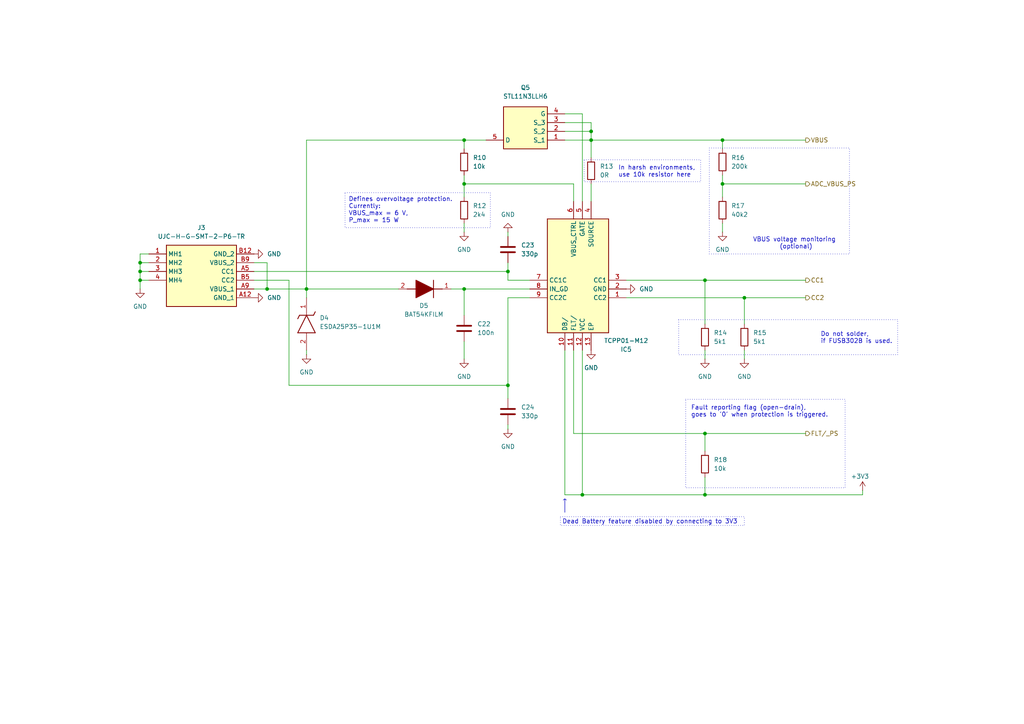
<source format=kicad_sch>
(kicad_sch
	(version 20231120)
	(generator "eeschema")
	(generator_version "8.0")
	(uuid "6914d870-6a5b-4f24-9fc3-1dd882e26195")
	(paper "A4")
	(lib_symbols
		(symbol "Device:C"
			(pin_numbers hide)
			(pin_names
				(offset 0.254)
			)
			(exclude_from_sim no)
			(in_bom yes)
			(on_board yes)
			(property "Reference" "C"
				(at 0.635 2.54 0)
				(effects
					(font
						(size 1.27 1.27)
					)
					(justify left)
				)
			)
			(property "Value" "C"
				(at 0.635 -2.54 0)
				(effects
					(font
						(size 1.27 1.27)
					)
					(justify left)
				)
			)
			(property "Footprint" ""
				(at 0.9652 -3.81 0)
				(effects
					(font
						(size 1.27 1.27)
					)
					(hide yes)
				)
			)
			(property "Datasheet" "~"
				(at 0 0 0)
				(effects
					(font
						(size 1.27 1.27)
					)
					(hide yes)
				)
			)
			(property "Description" "Unpolarized capacitor"
				(at 0 0 0)
				(effects
					(font
						(size 1.27 1.27)
					)
					(hide yes)
				)
			)
			(property "ki_keywords" "cap capacitor"
				(at 0 0 0)
				(effects
					(font
						(size 1.27 1.27)
					)
					(hide yes)
				)
			)
			(property "ki_fp_filters" "C_*"
				(at 0 0 0)
				(effects
					(font
						(size 1.27 1.27)
					)
					(hide yes)
				)
			)
			(symbol "C_0_1"
				(polyline
					(pts
						(xy -2.032 -0.762) (xy 2.032 -0.762)
					)
					(stroke
						(width 0.508)
						(type default)
					)
					(fill
						(type none)
					)
				)
				(polyline
					(pts
						(xy -2.032 0.762) (xy 2.032 0.762)
					)
					(stroke
						(width 0.508)
						(type default)
					)
					(fill
						(type none)
					)
				)
			)
			(symbol "C_1_1"
				(pin passive line
					(at 0 3.81 270)
					(length 2.794)
					(name "~"
						(effects
							(font
								(size 1.27 1.27)
							)
						)
					)
					(number "1"
						(effects
							(font
								(size 1.27 1.27)
							)
						)
					)
				)
				(pin passive line
					(at 0 -3.81 90)
					(length 2.794)
					(name "~"
						(effects
							(font
								(size 1.27 1.27)
							)
						)
					)
					(number "2"
						(effects
							(font
								(size 1.27 1.27)
							)
						)
					)
				)
			)
		)
		(symbol "Device:R"
			(pin_numbers hide)
			(pin_names
				(offset 0)
			)
			(exclude_from_sim no)
			(in_bom yes)
			(on_board yes)
			(property "Reference" "R"
				(at 2.032 0 90)
				(effects
					(font
						(size 1.27 1.27)
					)
				)
			)
			(property "Value" "R"
				(at 0 0 90)
				(effects
					(font
						(size 1.27 1.27)
					)
				)
			)
			(property "Footprint" ""
				(at -1.778 0 90)
				(effects
					(font
						(size 1.27 1.27)
					)
					(hide yes)
				)
			)
			(property "Datasheet" "~"
				(at 0 0 0)
				(effects
					(font
						(size 1.27 1.27)
					)
					(hide yes)
				)
			)
			(property "Description" "Resistor"
				(at 0 0 0)
				(effects
					(font
						(size 1.27 1.27)
					)
					(hide yes)
				)
			)
			(property "ki_keywords" "R res resistor"
				(at 0 0 0)
				(effects
					(font
						(size 1.27 1.27)
					)
					(hide yes)
				)
			)
			(property "ki_fp_filters" "R_*"
				(at 0 0 0)
				(effects
					(font
						(size 1.27 1.27)
					)
					(hide yes)
				)
			)
			(symbol "R_0_1"
				(rectangle
					(start -1.016 -2.54)
					(end 1.016 2.54)
					(stroke
						(width 0.254)
						(type default)
					)
					(fill
						(type none)
					)
				)
			)
			(symbol "R_1_1"
				(pin passive line
					(at 0 3.81 270)
					(length 1.27)
					(name "~"
						(effects
							(font
								(size 1.27 1.27)
							)
						)
					)
					(number "1"
						(effects
							(font
								(size 1.27 1.27)
							)
						)
					)
				)
				(pin passive line
					(at 0 -3.81 90)
					(length 1.27)
					(name "~"
						(effects
							(font
								(size 1.27 1.27)
							)
						)
					)
					(number "2"
						(effects
							(font
								(size 1.27 1.27)
							)
						)
					)
				)
			)
		)
		(symbol "SamacSys_Parts:BAT54KFILM"
			(pin_names hide)
			(exclude_from_sim no)
			(in_bom yes)
			(on_board yes)
			(property "Reference" "D"
				(at 11.43 5.08 0)
				(effects
					(font
						(size 1.27 1.27)
					)
					(justify left top)
				)
			)
			(property "Value" "BAT54KFILM"
				(at 11.43 2.54 0)
				(effects
					(font
						(size 1.27 1.27)
					)
					(justify left top)
				)
			)
			(property "Footprint" "SODFL1608X70N"
				(at 11.43 -97.46 0)
				(effects
					(font
						(size 1.27 1.27)
					)
					(justify left top)
					(hide yes)
				)
			)
			(property "Datasheet" "http://www.st.com/web/en/resource/technical/document/datasheet/CD00001322.pdf"
				(at 11.43 -197.46 0)
				(effects
					(font
						(size 1.27 1.27)
					)
					(justify left top)
					(hide yes)
				)
			)
			(property "Description" "BAT54KFILM, Schottky Diode,  0.3A max, 40V 5ns, 2-Pin, SOD-523"
				(at 0 0 0)
				(effects
					(font
						(size 1.27 1.27)
					)
					(hide yes)
				)
			)
			(property "Height" "0.7"
				(at 11.43 -397.46 0)
				(effects
					(font
						(size 1.27 1.27)
					)
					(justify left top)
					(hide yes)
				)
			)
			(property "Manufacturer_Name" "STMicroelectronics"
				(at 11.43 -497.46 0)
				(effects
					(font
						(size 1.27 1.27)
					)
					(justify left top)
					(hide yes)
				)
			)
			(property "Manufacturer_Part_Number" "BAT54KFILM"
				(at 11.43 -597.46 0)
				(effects
					(font
						(size 1.27 1.27)
					)
					(justify left top)
					(hide yes)
				)
			)
			(property "Mouser Part Number" "511-BAT54KFILM"
				(at 11.43 -697.46 0)
				(effects
					(font
						(size 1.27 1.27)
					)
					(justify left top)
					(hide yes)
				)
			)
			(property "Mouser Price/Stock" "https://www.mouser.co.uk/ProductDetail/STMicroelectronics/BAT54KFILM?qs=jZi1jxfVU95Y9ce6l3OT%252BA%3D%3D"
				(at 11.43 -797.46 0)
				(effects
					(font
						(size 1.27 1.27)
					)
					(justify left top)
					(hide yes)
				)
			)
			(property "Arrow Part Number" "BAT54KFILM"
				(at 11.43 -897.46 0)
				(effects
					(font
						(size 1.27 1.27)
					)
					(justify left top)
					(hide yes)
				)
			)
			(property "Arrow Price/Stock" "https://www.arrow.com/en/products/bat54kfilm/stmicroelectronics?region=europe"
				(at 11.43 -997.46 0)
				(effects
					(font
						(size 1.27 1.27)
					)
					(justify left top)
					(hide yes)
				)
			)
			(symbol "BAT54KFILM_1_1"
				(polyline
					(pts
						(xy 2.54 0) (xy 5.08 0)
					)
					(stroke
						(width 0.254)
						(type default)
					)
					(fill
						(type none)
					)
				)
				(polyline
					(pts
						(xy 5.08 2.54) (xy 5.08 -2.54)
					)
					(stroke
						(width 0.254)
						(type default)
					)
					(fill
						(type none)
					)
				)
				(polyline
					(pts
						(xy 10.16 0) (xy 12.7 0)
					)
					(stroke
						(width 0.254)
						(type default)
					)
					(fill
						(type none)
					)
				)
				(polyline
					(pts
						(xy 5.08 0) (xy 10.16 2.54) (xy 10.16 -2.54) (xy 5.08 0)
					)
					(stroke
						(width 0.254)
						(type default)
					)
					(fill
						(type outline)
					)
				)
				(pin passive line
					(at 0 0 0)
					(length 2.54)
					(name "K"
						(effects
							(font
								(size 1.27 1.27)
							)
						)
					)
					(number "1"
						(effects
							(font
								(size 1.27 1.27)
							)
						)
					)
				)
				(pin passive line
					(at 15.24 0 180)
					(length 2.54)
					(name "A"
						(effects
							(font
								(size 1.27 1.27)
							)
						)
					)
					(number "2"
						(effects
							(font
								(size 1.27 1.27)
							)
						)
					)
				)
			)
		)
		(symbol "SamacSys_Parts:ESDA25P35-1U1M"
			(pin_names hide)
			(exclude_from_sim no)
			(in_bom yes)
			(on_board yes)
			(property "Reference" "D"
				(at 10.16 8.89 0)
				(effects
					(font
						(size 1.27 1.27)
					)
					(justify left bottom)
				)
			)
			(property "Value" "ESDA25P35-1U1M"
				(at 10.16 6.35 0)
				(effects
					(font
						(size 1.27 1.27)
					)
					(justify left bottom)
				)
			)
			(property "Footprint" "ESDA25P351U1M"
				(at 10.16 -93.65 0)
				(effects
					(font
						(size 1.27 1.27)
					)
					(justify left bottom)
					(hide yes)
				)
			)
			(property "Datasheet" "https://www.st.com/resource/en/datasheet/esda25p35-1u1m.pdf"
				(at 10.16 -193.65 0)
				(effects
					(font
						(size 1.27 1.27)
					)
					(justify left bottom)
					(hide yes)
				)
			)
			(property "Description" "STMicroelectronics ESDA25P35-1U1M, Uni-Directional TVS Diode, 1400W, 2-Pin QFN"
				(at 0 0 0)
				(effects
					(font
						(size 1.27 1.27)
					)
					(hide yes)
				)
			)
			(property "Height" "0.6"
				(at 10.16 -393.65 0)
				(effects
					(font
						(size 1.27 1.27)
					)
					(justify left bottom)
					(hide yes)
				)
			)
			(property "Manufacturer_Name" "STMicroelectronics"
				(at 10.16 -493.65 0)
				(effects
					(font
						(size 1.27 1.27)
					)
					(justify left bottom)
					(hide yes)
				)
			)
			(property "Manufacturer_Part_Number" "ESDA25P35-1U1M"
				(at 10.16 -593.65 0)
				(effects
					(font
						(size 1.27 1.27)
					)
					(justify left bottom)
					(hide yes)
				)
			)
			(property "Mouser Part Number" "511-ESDA25P35-1U1M"
				(at 10.16 -693.65 0)
				(effects
					(font
						(size 1.27 1.27)
					)
					(justify left bottom)
					(hide yes)
				)
			)
			(property "Mouser Price/Stock" "https://www.mouser.co.uk/ProductDetail/STMicroelectronics/ESDA25P35-1U1M?qs=aVyJF2WnouQUWqgNP85ZrA%3D%3D"
				(at 10.16 -793.65 0)
				(effects
					(font
						(size 1.27 1.27)
					)
					(justify left bottom)
					(hide yes)
				)
			)
			(property "Arrow Part Number" "ESDA25P35-1U1M"
				(at 10.16 -893.65 0)
				(effects
					(font
						(size 1.27 1.27)
					)
					(justify left bottom)
					(hide yes)
				)
			)
			(property "Arrow Price/Stock" "https://www.arrow.com/en/products/esda25p35-1u1m/stmicroelectronics?utm_currency=USD&region=europe"
				(at 10.16 -993.65 0)
				(effects
					(font
						(size 1.27 1.27)
					)
					(justify left bottom)
					(hide yes)
				)
			)
			(symbol "ESDA25P35-1U1M_1_1"
				(polyline
					(pts
						(xy 4.064 2.54) (xy 5.08 2.032)
					)
					(stroke
						(width 0.254)
						(type default)
					)
					(fill
						(type none)
					)
				)
				(polyline
					(pts
						(xy 5.08 -2.032) (xy 5.08 2.032)
					)
					(stroke
						(width 0.254)
						(type default)
					)
					(fill
						(type none)
					)
				)
				(polyline
					(pts
						(xy 5.08 -2.032) (xy 6.096 -2.54)
					)
					(stroke
						(width 0.254)
						(type default)
					)
					(fill
						(type none)
					)
				)
				(polyline
					(pts
						(xy 5.08 0) (xy 10.16 2.54)
					)
					(stroke
						(width 0.254)
						(type default)
					)
					(fill
						(type none)
					)
				)
				(polyline
					(pts
						(xy 10.16 -2.54) (xy 5.08 0)
					)
					(stroke
						(width 0.254)
						(type default)
					)
					(fill
						(type none)
					)
				)
				(polyline
					(pts
						(xy 10.16 -2.54) (xy 10.16 2.54)
					)
					(stroke
						(width 0.254)
						(type default)
					)
					(fill
						(type none)
					)
				)
				(pin passive line
					(at 0 0 0)
					(length 5.08)
					(name "K"
						(effects
							(font
								(size 1.27 1.27)
							)
						)
					)
					(number "1"
						(effects
							(font
								(size 1.27 1.27)
							)
						)
					)
				)
				(pin passive line
					(at 15.24 0 180)
					(length 5.08)
					(name "A"
						(effects
							(font
								(size 1.27 1.27)
							)
						)
					)
					(number "2"
						(effects
							(font
								(size 1.27 1.27)
							)
						)
					)
				)
			)
		)
		(symbol "SamacSys_Parts:STL11N3LLH6"
			(exclude_from_sim no)
			(in_bom yes)
			(on_board yes)
			(property "Reference" "Q"
				(at 19.05 7.62 0)
				(effects
					(font
						(size 1.27 1.27)
					)
					(justify left top)
				)
			)
			(property "Value" "STL11N3LLH6"
				(at 19.05 5.08 0)
				(effects
					(font
						(size 1.27 1.27)
					)
					(justify left top)
				)
			)
			(property "Footprint" "STL20N6F7"
				(at 19.05 -94.92 0)
				(effects
					(font
						(size 1.27 1.27)
					)
					(justify left top)
					(hide yes)
				)
			)
			(property "Datasheet" "https://www.st.com/resource/en/datasheet/stl11n3llh6.pdf"
				(at 19.05 -194.92 0)
				(effects
					(font
						(size 1.27 1.27)
					)
					(justify left top)
					(hide yes)
				)
			)
			(property "Description" "MOSFET N-Ch 30V 0.006 Ohm 11A STripFET VI Deep"
				(at 7.62 -14.986 0)
				(effects
					(font
						(size 1.27 1.27)
					)
					(hide yes)
				)
			)
			(property "Height" ""
				(at 19.05 -394.92 0)
				(effects
					(font
						(size 1.27 1.27)
					)
					(justify left top)
					(hide yes)
				)
			)
			(property "Manufacturer_Name" "STMicroelectronics"
				(at 19.05 -494.92 0)
				(effects
					(font
						(size 1.27 1.27)
					)
					(justify left top)
					(hide yes)
				)
			)
			(property "Manufacturer_Part_Number" "STL11N3LLH6"
				(at 19.05 -594.92 0)
				(effects
					(font
						(size 1.27 1.27)
					)
					(justify left top)
					(hide yes)
				)
			)
			(property "Mouser Part Number" "511-STL11N3LLH6"
				(at 19.05 -694.92 0)
				(effects
					(font
						(size 1.27 1.27)
					)
					(justify left top)
					(hide yes)
				)
			)
			(property "Mouser Price/Stock" "https://www.mouser.co.uk/ProductDetail/STMicroelectronics/STL11N3LLH6?qs=CBOTe0%252BbgkbnVaR%2FX25%2FKw%3D%3D"
				(at 19.05 -794.92 0)
				(effects
					(font
						(size 1.27 1.27)
					)
					(justify left top)
					(hide yes)
				)
			)
			(property "Arrow Part Number" "STL11N3LLH6"
				(at 19.05 -894.92 0)
				(effects
					(font
						(size 1.27 1.27)
					)
					(justify left top)
					(hide yes)
				)
			)
			(property "Arrow Price/Stock" "https://www.arrow.com/en/products/stl11n3llh6/stmicroelectronics?region=nac"
				(at 19.05 -994.92 0)
				(effects
					(font
						(size 1.27 1.27)
					)
					(justify left top)
					(hide yes)
				)
			)
			(symbol "STL11N3LLH6_1_1"
				(rectangle
					(start 5.08 2.54)
					(end 17.78 -9.652)
					(stroke
						(width 0.254)
						(type default)
					)
					(fill
						(type background)
					)
				)
				(pin passive line
					(at 0 0 0)
					(length 5.08)
					(name "S_1"
						(effects
							(font
								(size 1.27 1.27)
							)
						)
					)
					(number "1"
						(effects
							(font
								(size 1.27 1.27)
							)
						)
					)
				)
				(pin passive line
					(at 0 -2.54 0)
					(length 5.08)
					(name "S_2"
						(effects
							(font
								(size 1.27 1.27)
							)
						)
					)
					(number "2"
						(effects
							(font
								(size 1.27 1.27)
							)
						)
					)
				)
				(pin passive line
					(at 0 -5.08 0)
					(length 5.08)
					(name "S_3"
						(effects
							(font
								(size 1.27 1.27)
							)
						)
					)
					(number "3"
						(effects
							(font
								(size 1.27 1.27)
							)
						)
					)
				)
				(pin passive line
					(at 0 -7.62 0)
					(length 5.08)
					(name "G"
						(effects
							(font
								(size 1.27 1.27)
							)
						)
					)
					(number "4"
						(effects
							(font
								(size 1.27 1.27)
							)
						)
					)
				)
				(pin passive line
					(at 22.86 0 180)
					(length 5.08)
					(name "D"
						(effects
							(font
								(size 1.27 1.27)
							)
						)
					)
					(number "5"
						(effects
							(font
								(size 1.27 1.27)
							)
						)
					)
				)
			)
		)
		(symbol "SamacSys_Parts:TCPP01-M12"
			(exclude_from_sim no)
			(in_bom yes)
			(on_board yes)
			(property "Reference" "IC"
				(at 24.13 15.24 0)
				(effects
					(font
						(size 1.27 1.27)
					)
					(justify left top)
				)
			)
			(property "Value" "TCPP01-M12"
				(at 24.13 12.7 0)
				(effects
					(font
						(size 1.27 1.27)
					)
					(justify left top)
				)
			)
			(property "Footprint" "QFN50P300X300X100-13N-D"
				(at 24.13 -87.3 0)
				(effects
					(font
						(size 1.27 1.27)
					)
					(justify left top)
					(hide yes)
				)
			)
			(property "Datasheet" "https://www.st.com/resource/en/datasheet/tcpp01-m12.pdf"
				(at 24.13 -187.3 0)
				(effects
					(font
						(size 1.27 1.27)
					)
					(justify left top)
					(hide yes)
				)
			)
			(property "Description" "USB type-C port protection"
				(at 0 0 0)
				(effects
					(font
						(size 1.27 1.27)
					)
					(hide yes)
				)
			)
			(property "Height" "1"
				(at 24.13 -387.3 0)
				(effects
					(font
						(size 1.27 1.27)
					)
					(justify left top)
					(hide yes)
				)
			)
			(property "Manufacturer_Name" "STMicroelectronics"
				(at 24.13 -487.3 0)
				(effects
					(font
						(size 1.27 1.27)
					)
					(justify left top)
					(hide yes)
				)
			)
			(property "Manufacturer_Part_Number" "TCPP01-M12"
				(at 24.13 -587.3 0)
				(effects
					(font
						(size 1.27 1.27)
					)
					(justify left top)
					(hide yes)
				)
			)
			(property "Mouser Part Number" "511-TCPP01-M12"
				(at 24.13 -687.3 0)
				(effects
					(font
						(size 1.27 1.27)
					)
					(justify left top)
					(hide yes)
				)
			)
			(property "Mouser Price/Stock" "https://www.mouser.co.uk/ProductDetail/STMicroelectronics/TCPP01-M12?qs=%252B6g0mu59x7KCafIwapwG2A%3D%3D"
				(at 24.13 -787.3 0)
				(effects
					(font
						(size 1.27 1.27)
					)
					(justify left top)
					(hide yes)
				)
			)
			(property "Arrow Part Number" "TCPP01-M12"
				(at 24.13 -887.3 0)
				(effects
					(font
						(size 1.27 1.27)
					)
					(justify left top)
					(hide yes)
				)
			)
			(property "Arrow Price/Stock" "https://www.arrow.com/en/products/tcpp01-m12/stmicroelectronics?region=nac"
				(at 24.13 -987.3 0)
				(effects
					(font
						(size 1.27 1.27)
					)
					(justify left top)
					(hide yes)
				)
			)
			(symbol "TCPP01-M12_1_1"
				(rectangle
					(start 5.08 10.16)
					(end 22.86 -22.86)
					(stroke
						(width 0.254)
						(type default)
					)
					(fill
						(type background)
					)
				)
				(pin passive line
					(at 0 0 0)
					(length 5.08)
					(name "CC2"
						(effects
							(font
								(size 1.27 1.27)
							)
						)
					)
					(number "1"
						(effects
							(font
								(size 1.27 1.27)
							)
						)
					)
				)
				(pin passive line
					(at 17.78 15.24 270)
					(length 5.08)
					(name "DB/"
						(effects
							(font
								(size 1.27 1.27)
							)
						)
					)
					(number "10"
						(effects
							(font
								(size 1.27 1.27)
							)
						)
					)
				)
				(pin passive line
					(at 15.24 15.24 270)
					(length 5.08)
					(name "FLT/"
						(effects
							(font
								(size 1.27 1.27)
							)
						)
					)
					(number "11"
						(effects
							(font
								(size 1.27 1.27)
							)
						)
					)
				)
				(pin passive line
					(at 12.7 15.24 270)
					(length 5.08)
					(name "VCC"
						(effects
							(font
								(size 1.27 1.27)
							)
						)
					)
					(number "12"
						(effects
							(font
								(size 1.27 1.27)
							)
						)
					)
				)
				(pin passive line
					(at 10.16 15.24 270)
					(length 5.08)
					(name "EP"
						(effects
							(font
								(size 1.27 1.27)
							)
						)
					)
					(number "13"
						(effects
							(font
								(size 1.27 1.27)
							)
						)
					)
				)
				(pin passive line
					(at 0 -2.54 0)
					(length 5.08)
					(name "GND"
						(effects
							(font
								(size 1.27 1.27)
							)
						)
					)
					(number "2"
						(effects
							(font
								(size 1.27 1.27)
							)
						)
					)
				)
				(pin passive line
					(at 0 -5.08 0)
					(length 5.08)
					(name "CC1"
						(effects
							(font
								(size 1.27 1.27)
							)
						)
					)
					(number "3"
						(effects
							(font
								(size 1.27 1.27)
							)
						)
					)
				)
				(pin passive line
					(at 10.16 -27.94 90)
					(length 5.08)
					(name "SOURCE"
						(effects
							(font
								(size 1.27 1.27)
							)
						)
					)
					(number "4"
						(effects
							(font
								(size 1.27 1.27)
							)
						)
					)
				)
				(pin passive line
					(at 12.7 -27.94 90)
					(length 5.08)
					(name "GATE"
						(effects
							(font
								(size 1.27 1.27)
							)
						)
					)
					(number "5"
						(effects
							(font
								(size 1.27 1.27)
							)
						)
					)
				)
				(pin passive line
					(at 15.24 -27.94 90)
					(length 5.08)
					(name "VBUS_CTRL"
						(effects
							(font
								(size 1.27 1.27)
							)
						)
					)
					(number "6"
						(effects
							(font
								(size 1.27 1.27)
							)
						)
					)
				)
				(pin passive line
					(at 27.94 -5.08 180)
					(length 5.08)
					(name "CC1C"
						(effects
							(font
								(size 1.27 1.27)
							)
						)
					)
					(number "7"
						(effects
							(font
								(size 1.27 1.27)
							)
						)
					)
				)
				(pin passive line
					(at 27.94 -2.54 180)
					(length 5.08)
					(name "IN_GD"
						(effects
							(font
								(size 1.27 1.27)
							)
						)
					)
					(number "8"
						(effects
							(font
								(size 1.27 1.27)
							)
						)
					)
				)
				(pin passive line
					(at 27.94 0 180)
					(length 5.08)
					(name "CC2C"
						(effects
							(font
								(size 1.27 1.27)
							)
						)
					)
					(number "9"
						(effects
							(font
								(size 1.27 1.27)
							)
						)
					)
				)
			)
		)
		(symbol "SamacSys_Parts:UJC-H-G-SMT-2-P6-TR"
			(exclude_from_sim no)
			(in_bom yes)
			(on_board yes)
			(property "Reference" "J"
				(at 26.67 7.62 0)
				(effects
					(font
						(size 1.27 1.27)
					)
					(justify left top)
				)
			)
			(property "Value" "UJC-H-G-SMT-2-P6-TR"
				(at 26.67 5.08 0)
				(effects
					(font
						(size 1.27 1.27)
					)
					(justify left top)
				)
			)
			(property "Footprint" "UJCHGSMT2P6TR"
				(at 26.67 -94.92 0)
				(effects
					(font
						(size 1.27 1.27)
					)
					(justify left top)
					(hide yes)
				)
			)
			(property "Datasheet" "https://www.sameskydevices.com/product/resource/ujc-h-g-smt-2-p6-tr.pdf"
				(at 26.67 -194.92 0)
				(effects
					(font
						(size 1.27 1.27)
					)
					(justify left top)
					(hide yes)
				)
			)
			(property "Description" "Type C, Power Only, 30 Vac, 3 A, Horizontal, Gold plated 1u, Surface Mount,6 pin, USB Receptacle"
				(at 6.604 -18.542 0)
				(effects
					(font
						(size 1.27 1.27)
					)
					(hide yes)
				)
			)
			(property "Height" "3.36"
				(at 26.67 -394.92 0)
				(effects
					(font
						(size 1.27 1.27)
					)
					(justify left top)
					(hide yes)
				)
			)
			(property "Manufacturer_Name" "Same Sky"
				(at 26.67 -494.92 0)
				(effects
					(font
						(size 1.27 1.27)
					)
					(justify left top)
					(hide yes)
				)
			)
			(property "Manufacturer_Part_Number" "UJC-H-G-SMT-2-P6-TR"
				(at 26.67 -594.92 0)
				(effects
					(font
						(size 1.27 1.27)
					)
					(justify left top)
					(hide yes)
				)
			)
			(property "Mouser Part Number" "179-UJCHGSMT2P6TR"
				(at 26.67 -694.92 0)
				(effects
					(font
						(size 1.27 1.27)
					)
					(justify left top)
					(hide yes)
				)
			)
			(property "Mouser Price/Stock" "https://www.mouser.co.uk/ProductDetail/Same-Sky/UJC-H-G-SMT-2-P6-TR?qs=IKkN%2F947nfApFV8T6rOqww%3D%3D"
				(at 26.67 -794.92 0)
				(effects
					(font
						(size 1.27 1.27)
					)
					(justify left top)
					(hide yes)
				)
			)
			(property "Arrow Part Number" ""
				(at 26.67 -894.92 0)
				(effects
					(font
						(size 1.27 1.27)
					)
					(justify left top)
					(hide yes)
				)
			)
			(property "Arrow Price/Stock" ""
				(at 26.67 -994.92 0)
				(effects
					(font
						(size 1.27 1.27)
					)
					(justify left top)
					(hide yes)
				)
			)
			(symbol "UJC-H-G-SMT-2-P6-TR_1_1"
				(rectangle
					(start 5.08 2.54)
					(end 25.4 -15.24)
					(stroke
						(width 0.254)
						(type default)
					)
					(fill
						(type background)
					)
				)
				(pin passive line
					(at 0 0 0)
					(length 5.08)
					(name "MH1"
						(effects
							(font
								(size 1.27 1.27)
							)
						)
					)
					(number "1"
						(effects
							(font
								(size 1.27 1.27)
							)
						)
					)
				)
				(pin passive line
					(at 0 -2.54 0)
					(length 5.08)
					(name "MH2"
						(effects
							(font
								(size 1.27 1.27)
							)
						)
					)
					(number "2"
						(effects
							(font
								(size 1.27 1.27)
							)
						)
					)
				)
				(pin passive line
					(at 0 -5.08 0)
					(length 5.08)
					(name "MH3"
						(effects
							(font
								(size 1.27 1.27)
							)
						)
					)
					(number "3"
						(effects
							(font
								(size 1.27 1.27)
							)
						)
					)
				)
				(pin passive line
					(at 0 -7.62 0)
					(length 5.08)
					(name "MH4"
						(effects
							(font
								(size 1.27 1.27)
							)
						)
					)
					(number "4"
						(effects
							(font
								(size 1.27 1.27)
							)
						)
					)
				)
				(pin passive line
					(at 30.48 -12.7 180)
					(length 5.08)
					(name "GND_1"
						(effects
							(font
								(size 1.27 1.27)
							)
						)
					)
					(number "A12"
						(effects
							(font
								(size 1.27 1.27)
							)
						)
					)
				)
				(pin passive line
					(at 30.48 -5.08 180)
					(length 5.08)
					(name "CC1"
						(effects
							(font
								(size 1.27 1.27)
							)
						)
					)
					(number "A5"
						(effects
							(font
								(size 1.27 1.27)
							)
						)
					)
				)
				(pin passive line
					(at 30.48 -10.16 180)
					(length 5.08)
					(name "VBUS_1"
						(effects
							(font
								(size 1.27 1.27)
							)
						)
					)
					(number "A9"
						(effects
							(font
								(size 1.27 1.27)
							)
						)
					)
				)
				(pin passive line
					(at 30.48 0 180)
					(length 5.08)
					(name "GND_2"
						(effects
							(font
								(size 1.27 1.27)
							)
						)
					)
					(number "B12"
						(effects
							(font
								(size 1.27 1.27)
							)
						)
					)
				)
				(pin passive line
					(at 30.48 -7.62 180)
					(length 5.08)
					(name "CC2"
						(effects
							(font
								(size 1.27 1.27)
							)
						)
					)
					(number "B5"
						(effects
							(font
								(size 1.27 1.27)
							)
						)
					)
				)
				(pin passive line
					(at 30.48 -2.54 180)
					(length 5.08)
					(name "VBUS_2"
						(effects
							(font
								(size 1.27 1.27)
							)
						)
					)
					(number "B9"
						(effects
							(font
								(size 1.27 1.27)
							)
						)
					)
				)
			)
		)
		(symbol "power:+3V3"
			(power)
			(pin_numbers hide)
			(pin_names
				(offset 0) hide)
			(exclude_from_sim no)
			(in_bom yes)
			(on_board yes)
			(property "Reference" "#PWR"
				(at 0 -3.81 0)
				(effects
					(font
						(size 1.27 1.27)
					)
					(hide yes)
				)
			)
			(property "Value" "+3V3"
				(at 0 3.556 0)
				(effects
					(font
						(size 1.27 1.27)
					)
				)
			)
			(property "Footprint" ""
				(at 0 0 0)
				(effects
					(font
						(size 1.27 1.27)
					)
					(hide yes)
				)
			)
			(property "Datasheet" ""
				(at 0 0 0)
				(effects
					(font
						(size 1.27 1.27)
					)
					(hide yes)
				)
			)
			(property "Description" "Power symbol creates a global label with name \"+3V3\""
				(at 0 0 0)
				(effects
					(font
						(size 1.27 1.27)
					)
					(hide yes)
				)
			)
			(property "ki_keywords" "global power"
				(at 0 0 0)
				(effects
					(font
						(size 1.27 1.27)
					)
					(hide yes)
				)
			)
			(symbol "+3V3_0_1"
				(polyline
					(pts
						(xy -0.762 1.27) (xy 0 2.54)
					)
					(stroke
						(width 0)
						(type default)
					)
					(fill
						(type none)
					)
				)
				(polyline
					(pts
						(xy 0 0) (xy 0 2.54)
					)
					(stroke
						(width 0)
						(type default)
					)
					(fill
						(type none)
					)
				)
				(polyline
					(pts
						(xy 0 2.54) (xy 0.762 1.27)
					)
					(stroke
						(width 0)
						(type default)
					)
					(fill
						(type none)
					)
				)
			)
			(symbol "+3V3_1_1"
				(pin power_in line
					(at 0 0 90)
					(length 0)
					(name "~"
						(effects
							(font
								(size 1.27 1.27)
							)
						)
					)
					(number "1"
						(effects
							(font
								(size 1.27 1.27)
							)
						)
					)
				)
			)
		)
		(symbol "power:GND"
			(power)
			(pin_numbers hide)
			(pin_names
				(offset 0) hide)
			(exclude_from_sim no)
			(in_bom yes)
			(on_board yes)
			(property "Reference" "#PWR"
				(at 0 -6.35 0)
				(effects
					(font
						(size 1.27 1.27)
					)
					(hide yes)
				)
			)
			(property "Value" "GND"
				(at 0 -3.81 0)
				(effects
					(font
						(size 1.27 1.27)
					)
				)
			)
			(property "Footprint" ""
				(at 0 0 0)
				(effects
					(font
						(size 1.27 1.27)
					)
					(hide yes)
				)
			)
			(property "Datasheet" ""
				(at 0 0 0)
				(effects
					(font
						(size 1.27 1.27)
					)
					(hide yes)
				)
			)
			(property "Description" "Power symbol creates a global label with name \"GND\" , ground"
				(at 0 0 0)
				(effects
					(font
						(size 1.27 1.27)
					)
					(hide yes)
				)
			)
			(property "ki_keywords" "global power"
				(at 0 0 0)
				(effects
					(font
						(size 1.27 1.27)
					)
					(hide yes)
				)
			)
			(symbol "GND_0_1"
				(polyline
					(pts
						(xy 0 0) (xy 0 -1.27) (xy 1.27 -1.27) (xy 0 -2.54) (xy -1.27 -1.27) (xy 0 -1.27)
					)
					(stroke
						(width 0)
						(type default)
					)
					(fill
						(type none)
					)
				)
			)
			(symbol "GND_1_1"
				(pin power_in line
					(at 0 0 270)
					(length 0)
					(name "~"
						(effects
							(font
								(size 1.27 1.27)
							)
						)
					)
					(number "1"
						(effects
							(font
								(size 1.27 1.27)
							)
						)
					)
				)
			)
		)
	)
	(junction
		(at 40.64 78.74)
		(diameter 0)
		(color 0 0 0 0)
		(uuid "077587de-3999-4041-ab40-f03ef2d40365")
	)
	(junction
		(at 134.62 83.82)
		(diameter 0)
		(color 0 0 0 0)
		(uuid "2423a675-1363-4167-a106-63d6bf8f9a49")
	)
	(junction
		(at 134.62 53.34)
		(diameter 0)
		(color 0 0 0 0)
		(uuid "322bc129-ba0c-470b-b9c4-79ff190a9df0")
	)
	(junction
		(at 168.91 143.51)
		(diameter 0)
		(color 0 0 0 0)
		(uuid "32d1b82c-ad99-4543-b36e-bb4f15e77b36")
	)
	(junction
		(at 147.32 78.74)
		(diameter 0)
		(color 0 0 0 0)
		(uuid "39bb54e5-f6b2-43e5-8055-a7a0fd30e049")
	)
	(junction
		(at 147.32 111.76)
		(diameter 0)
		(color 0 0 0 0)
		(uuid "43134045-a9d3-4c97-8e44-aff5efaabe95")
	)
	(junction
		(at 209.55 40.64)
		(diameter 0)
		(color 0 0 0 0)
		(uuid "5d7235eb-9110-4d6f-85a0-cb0dcd82f196")
	)
	(junction
		(at 134.62 40.64)
		(diameter 0)
		(color 0 0 0 0)
		(uuid "704cb99e-974e-4a14-97ad-4274655b51a1")
	)
	(junction
		(at 209.55 53.34)
		(diameter 0)
		(color 0 0 0 0)
		(uuid "73a6a9a3-5041-47cc-9819-81e082432787")
	)
	(junction
		(at 204.47 143.51)
		(diameter 0)
		(color 0 0 0 0)
		(uuid "73ccb220-0be7-4286-8bd4-ddb863c56d2a")
	)
	(junction
		(at 88.9 83.82)
		(diameter 0)
		(color 0 0 0 0)
		(uuid "8f2b2742-3c38-4ce5-8a52-339a14ce294f")
	)
	(junction
		(at 171.45 40.64)
		(diameter 0)
		(color 0 0 0 0)
		(uuid "9c4bffd5-5f7b-4a09-a1ad-29816196ed15")
	)
	(junction
		(at 171.45 38.1)
		(diameter 0)
		(color 0 0 0 0)
		(uuid "b351285c-b600-487c-a14f-6374a3ac7d4b")
	)
	(junction
		(at 77.47 83.82)
		(diameter 0)
		(color 0 0 0 0)
		(uuid "be9eb128-5776-4603-b2ec-d3ab8e05f31d")
	)
	(junction
		(at 40.64 81.28)
		(diameter 0)
		(color 0 0 0 0)
		(uuid "c0ddfc60-e76d-41b7-a0f5-a3d6a0a36454")
	)
	(junction
		(at 40.64 76.2)
		(diameter 0)
		(color 0 0 0 0)
		(uuid "c89cc429-a190-4fd7-ba00-76154f1d75b9")
	)
	(junction
		(at 204.47 81.28)
		(diameter 0)
		(color 0 0 0 0)
		(uuid "e3fec87b-0123-457a-a9ad-dcdd830dea7f")
	)
	(junction
		(at 204.47 125.73)
		(diameter 0)
		(color 0 0 0 0)
		(uuid "f1abaa89-db5d-47b5-8201-1a30a08a84a2")
	)
	(junction
		(at 215.9 86.36)
		(diameter 0)
		(color 0 0 0 0)
		(uuid "fc72e684-e6d8-4bd9-8d2b-5b4da33fdfc2")
	)
	(wire
		(pts
			(xy 204.47 125.73) (xy 204.47 130.81)
		)
		(stroke
			(width 0)
			(type default)
		)
		(uuid "005de43b-d1a0-46f0-bd56-f2fbb0da273e")
	)
	(wire
		(pts
			(xy 209.55 40.64) (xy 171.45 40.64)
		)
		(stroke
			(width 0)
			(type default)
		)
		(uuid "00c1ca3b-278c-4d58-93f8-c6865641b0b5")
	)
	(wire
		(pts
			(xy 204.47 125.73) (xy 233.68 125.73)
		)
		(stroke
			(width 0)
			(type default)
		)
		(uuid "02313fb3-5726-4a35-ae65-05669661c854")
	)
	(wire
		(pts
			(xy 77.47 76.2) (xy 73.66 76.2)
		)
		(stroke
			(width 0)
			(type default)
		)
		(uuid "0289b7c3-3b91-4322-8a1c-2af552d17515")
	)
	(wire
		(pts
			(xy 147.32 111.76) (xy 147.32 115.57)
		)
		(stroke
			(width 0)
			(type default)
		)
		(uuid "02c1be65-2b6e-4cb9-b710-c217e91102ad")
	)
	(wire
		(pts
			(xy 77.47 76.2) (xy 77.47 83.82)
		)
		(stroke
			(width 0)
			(type default)
		)
		(uuid "0437841a-da90-49ec-a1ff-e31ae660696d")
	)
	(wire
		(pts
			(xy 168.91 33.02) (xy 163.83 33.02)
		)
		(stroke
			(width 0)
			(type default)
		)
		(uuid "07969f5a-f3a0-4356-b366-c45a9736e371")
	)
	(wire
		(pts
			(xy 147.32 67.31) (xy 147.32 68.58)
		)
		(stroke
			(width 0)
			(type default)
		)
		(uuid "10fc273a-ffa0-4272-b9d9-3ffd2f8f07a9")
	)
	(wire
		(pts
			(xy 204.47 101.6) (xy 204.47 104.14)
		)
		(stroke
			(width 0)
			(type default)
		)
		(uuid "1195b443-23f2-43f7-bdf5-707fce1400d8")
	)
	(wire
		(pts
			(xy 171.45 40.64) (xy 171.45 45.72)
		)
		(stroke
			(width 0)
			(type default)
		)
		(uuid "19eb9887-1ff0-48ed-8cfd-97f630876c0c")
	)
	(wire
		(pts
			(xy 134.62 64.77) (xy 134.62 67.31)
		)
		(stroke
			(width 0)
			(type default)
		)
		(uuid "1cd0e89f-8de6-4fbb-b89a-be9ae50871b6")
	)
	(wire
		(pts
			(xy 215.9 86.36) (xy 181.61 86.36)
		)
		(stroke
			(width 0)
			(type default)
		)
		(uuid "206160d0-77aa-47b7-98e2-a084116af3ec")
	)
	(wire
		(pts
			(xy 171.45 35.56) (xy 163.83 35.56)
		)
		(stroke
			(width 0)
			(type default)
		)
		(uuid "23ff7fb9-c221-4e3d-a32c-98d452b9df57")
	)
	(wire
		(pts
			(xy 233.68 40.64) (xy 209.55 40.64)
		)
		(stroke
			(width 0)
			(type default)
		)
		(uuid "2b18648c-09b3-45fc-b87f-720e96a0216b")
	)
	(wire
		(pts
			(xy 134.62 50.8) (xy 134.62 53.34)
		)
		(stroke
			(width 0)
			(type default)
		)
		(uuid "2b668ef9-f25d-4a21-96d6-312f74f7dcca")
	)
	(wire
		(pts
			(xy 134.62 40.64) (xy 134.62 43.18)
		)
		(stroke
			(width 0)
			(type default)
		)
		(uuid "323d2bd3-a773-40fa-9d93-6d117045260d")
	)
	(wire
		(pts
			(xy 233.68 86.36) (xy 215.9 86.36)
		)
		(stroke
			(width 0)
			(type default)
		)
		(uuid "389c7ea9-be2e-4286-888c-8488f2b5dd41")
	)
	(wire
		(pts
			(xy 215.9 86.36) (xy 215.9 93.98)
		)
		(stroke
			(width 0)
			(type default)
		)
		(uuid "38b76232-e749-4a2d-a098-a236c170e667")
	)
	(wire
		(pts
			(xy 140.97 40.64) (xy 134.62 40.64)
		)
		(stroke
			(width 0)
			(type default)
		)
		(uuid "44288069-9648-45e0-927a-f8ff4fa20de0")
	)
	(wire
		(pts
			(xy 130.81 83.82) (xy 134.62 83.82)
		)
		(stroke
			(width 0)
			(type default)
		)
		(uuid "44529e16-0c4d-452d-80d3-4d7f8dc9a5a1")
	)
	(wire
		(pts
			(xy 204.47 81.28) (xy 181.61 81.28)
		)
		(stroke
			(width 0)
			(type default)
		)
		(uuid "46178145-ef0a-42c6-b246-f36bf1d2ac38")
	)
	(wire
		(pts
			(xy 204.47 143.51) (xy 250.19 143.51)
		)
		(stroke
			(width 0)
			(type default)
		)
		(uuid "4c62b109-e492-43ac-8528-f91f7d7e5d6e")
	)
	(wire
		(pts
			(xy 83.82 111.76) (xy 147.32 111.76)
		)
		(stroke
			(width 0)
			(type default)
		)
		(uuid "543bafe2-f611-4ffb-b683-aa248ff8d1c0")
	)
	(wire
		(pts
			(xy 204.47 81.28) (xy 204.47 93.98)
		)
		(stroke
			(width 0)
			(type default)
		)
		(uuid "5523b79f-073c-454b-9166-825c288a9756")
	)
	(wire
		(pts
			(xy 40.64 81.28) (xy 43.18 81.28)
		)
		(stroke
			(width 0)
			(type default)
		)
		(uuid "55542907-1e60-4216-85f8-d80c8cb4dc1d")
	)
	(wire
		(pts
			(xy 204.47 138.43) (xy 204.47 143.51)
		)
		(stroke
			(width 0)
			(type default)
		)
		(uuid "59f5454e-07d3-42f2-a7bf-08bd98cadbb6")
	)
	(wire
		(pts
			(xy 88.9 101.6) (xy 88.9 102.87)
		)
		(stroke
			(width 0)
			(type default)
		)
		(uuid "5e668604-2da8-4b34-9e0b-17dfc6b7bbb0")
	)
	(wire
		(pts
			(xy 147.32 76.2) (xy 147.32 78.74)
		)
		(stroke
			(width 0)
			(type default)
		)
		(uuid "6c50b8f2-29d2-4a86-b1fa-28f9dc750ece")
	)
	(wire
		(pts
			(xy 77.47 83.82) (xy 88.9 83.82)
		)
		(stroke
			(width 0)
			(type default)
		)
		(uuid "6e77fdeb-af31-4d02-9ab5-04af5edd25ba")
	)
	(wire
		(pts
			(xy 88.9 83.82) (xy 88.9 86.36)
		)
		(stroke
			(width 0)
			(type default)
		)
		(uuid "72660994-7a45-4737-be86-9795c805b46f")
	)
	(wire
		(pts
			(xy 73.66 83.82) (xy 77.47 83.82)
		)
		(stroke
			(width 0)
			(type default)
		)
		(uuid "73aeaafb-1f63-4f52-936b-8ae33f6391bf")
	)
	(wire
		(pts
			(xy 147.32 81.28) (xy 153.67 81.28)
		)
		(stroke
			(width 0)
			(type default)
		)
		(uuid "7646c4e0-ac17-4bec-82fd-447ff0c1655b")
	)
	(wire
		(pts
			(xy 166.37 125.73) (xy 204.47 125.73)
		)
		(stroke
			(width 0)
			(type default)
		)
		(uuid "833c7e34-0150-411e-ab4c-a366a1eb2d99")
	)
	(wire
		(pts
			(xy 134.62 104.14) (xy 134.62 99.06)
		)
		(stroke
			(width 0)
			(type default)
		)
		(uuid "8721b656-0a30-43d5-8388-ca4c7b9b9e73")
	)
	(wire
		(pts
			(xy 40.64 81.28) (xy 40.64 83.82)
		)
		(stroke
			(width 0)
			(type default)
		)
		(uuid "89647495-8616-489a-9a86-458700e75a6f")
	)
	(wire
		(pts
			(xy 134.62 83.82) (xy 153.67 83.82)
		)
		(stroke
			(width 0)
			(type default)
		)
		(uuid "96bdbbba-2a0c-45bc-ba67-fc026c35ca44")
	)
	(wire
		(pts
			(xy 147.32 78.74) (xy 147.32 81.28)
		)
		(stroke
			(width 0)
			(type default)
		)
		(uuid "9974f0bb-7888-43bc-a847-9afc69962da2")
	)
	(wire
		(pts
			(xy 171.45 53.34) (xy 171.45 58.42)
		)
		(stroke
			(width 0)
			(type default)
		)
		(uuid "9bf7762f-ae5b-4a57-8ba4-b53aac3551f4")
	)
	(wire
		(pts
			(xy 233.68 81.28) (xy 204.47 81.28)
		)
		(stroke
			(width 0)
			(type default)
		)
		(uuid "9c32828f-1b67-43f3-8ac4-21919f3a9297")
	)
	(wire
		(pts
			(xy 73.66 81.28) (xy 83.82 81.28)
		)
		(stroke
			(width 0)
			(type default)
		)
		(uuid "9c6df500-6a58-45d9-bc74-93786e1bfda7")
	)
	(wire
		(pts
			(xy 43.18 73.66) (xy 40.64 73.66)
		)
		(stroke
			(width 0)
			(type default)
		)
		(uuid "a369ac85-9f4d-46ab-b053-5b05c7f106de")
	)
	(wire
		(pts
			(xy 168.91 101.6) (xy 168.91 143.51)
		)
		(stroke
			(width 0)
			(type default)
		)
		(uuid "a8ed39ea-6de6-4b84-866b-34f15f1077b3")
	)
	(wire
		(pts
			(xy 166.37 58.42) (xy 166.37 53.34)
		)
		(stroke
			(width 0)
			(type default)
		)
		(uuid "b2229e3a-7c4f-4aae-8d93-0cdefed019d1")
	)
	(wire
		(pts
			(xy 40.64 78.74) (xy 40.64 81.28)
		)
		(stroke
			(width 0)
			(type default)
		)
		(uuid "b425d379-7afb-4c60-8911-16557fed5a34")
	)
	(wire
		(pts
			(xy 215.9 101.6) (xy 215.9 104.14)
		)
		(stroke
			(width 0)
			(type default)
		)
		(uuid "b6b1bdc0-ef78-4481-b35b-663fe2f28f12")
	)
	(wire
		(pts
			(xy 73.66 78.74) (xy 147.32 78.74)
		)
		(stroke
			(width 0)
			(type default)
		)
		(uuid "b981de3f-253a-4165-b916-f83c778f6b57")
	)
	(polyline
		(pts
			(xy 163.83 144.78) (xy 163.83 148.59)
		)
		(stroke
			(width 0)
			(type default)
		)
		(uuid "ba67eb3a-edc2-4c18-9764-bde8a64800b9")
	)
	(wire
		(pts
			(xy 134.62 83.82) (xy 134.62 91.44)
		)
		(stroke
			(width 0)
			(type default)
		)
		(uuid "bd38d0b0-ba00-4fd1-84a9-a06543980093")
	)
	(wire
		(pts
			(xy 40.64 73.66) (xy 40.64 76.2)
		)
		(stroke
			(width 0)
			(type default)
		)
		(uuid "bdedbf96-d9b1-455c-93e4-d6b965622d40")
	)
	(wire
		(pts
			(xy 147.32 123.19) (xy 147.32 124.46)
		)
		(stroke
			(width 0)
			(type default)
		)
		(uuid "c044f611-54ab-4ad0-87ba-b37306c8b07f")
	)
	(wire
		(pts
			(xy 204.47 143.51) (xy 168.91 143.51)
		)
		(stroke
			(width 0)
			(type default)
		)
		(uuid "cc606347-5671-4883-8c3c-92fdb5e72ef9")
	)
	(wire
		(pts
			(xy 209.55 43.18) (xy 209.55 40.64)
		)
		(stroke
			(width 0)
			(type default)
		)
		(uuid "ce7405d5-949b-47ac-8bbe-577255ae5375")
	)
	(wire
		(pts
			(xy 166.37 101.6) (xy 166.37 125.73)
		)
		(stroke
			(width 0)
			(type default)
		)
		(uuid "cebc3187-e896-4a32-a8c9-38fd281c6d31")
	)
	(wire
		(pts
			(xy 250.19 142.24) (xy 250.19 143.51)
		)
		(stroke
			(width 0)
			(type default)
		)
		(uuid "cfd1c64f-a1a4-4cbe-94f5-efb8eef17100")
	)
	(wire
		(pts
			(xy 88.9 40.64) (xy 134.62 40.64)
		)
		(stroke
			(width 0)
			(type default)
		)
		(uuid "d0c3e1d7-40f6-4096-8270-d0bc6c802822")
	)
	(wire
		(pts
			(xy 134.62 53.34) (xy 134.62 57.15)
		)
		(stroke
			(width 0)
			(type default)
		)
		(uuid "d318869a-f65f-4624-9a0f-20a74c26436e")
	)
	(wire
		(pts
			(xy 166.37 53.34) (xy 134.62 53.34)
		)
		(stroke
			(width 0)
			(type default)
		)
		(uuid "d38f6588-55cc-4cf4-8c0a-dc9db5198eeb")
	)
	(wire
		(pts
			(xy 171.45 35.56) (xy 171.45 38.1)
		)
		(stroke
			(width 0)
			(type default)
		)
		(uuid "d7b1e98c-10b0-4a0e-a183-761fd8440924")
	)
	(wire
		(pts
			(xy 40.64 78.74) (xy 43.18 78.74)
		)
		(stroke
			(width 0)
			(type default)
		)
		(uuid "d9560439-55f0-426c-868d-1c4edbe5fc50")
	)
	(wire
		(pts
			(xy 171.45 38.1) (xy 171.45 40.64)
		)
		(stroke
			(width 0)
			(type default)
		)
		(uuid "dff9f9d2-ed52-43e9-97dc-2d8f34b05e64")
	)
	(wire
		(pts
			(xy 209.55 50.8) (xy 209.55 53.34)
		)
		(stroke
			(width 0)
			(type default)
		)
		(uuid "e16be34f-d87c-4c78-83e0-2f6c250121c1")
	)
	(wire
		(pts
			(xy 163.83 40.64) (xy 171.45 40.64)
		)
		(stroke
			(width 0)
			(type default)
		)
		(uuid "e89269de-baaa-4327-a673-28aaca6230aa")
	)
	(wire
		(pts
			(xy 88.9 40.64) (xy 88.9 83.82)
		)
		(stroke
			(width 0)
			(type default)
		)
		(uuid "e8fb8c6e-dbb0-40fe-a30e-95b5af2187dd")
	)
	(wire
		(pts
			(xy 40.64 76.2) (xy 40.64 78.74)
		)
		(stroke
			(width 0)
			(type default)
		)
		(uuid "e978c2a9-18ee-4f7b-8931-2610c6d5e9d2")
	)
	(wire
		(pts
			(xy 147.32 86.36) (xy 147.32 111.76)
		)
		(stroke
			(width 0)
			(type default)
		)
		(uuid "ed49cf27-ed48-4a08-9326-5a86ce7588c1")
	)
	(wire
		(pts
			(xy 88.9 83.82) (xy 115.57 83.82)
		)
		(stroke
			(width 0)
			(type default)
		)
		(uuid "eea7b8cf-8bbf-4605-ba22-44f4ef2c84ac")
	)
	(wire
		(pts
			(xy 40.64 76.2) (xy 43.18 76.2)
		)
		(stroke
			(width 0)
			(type default)
		)
		(uuid "f177d92a-0750-4a4d-9897-f891178310e4")
	)
	(wire
		(pts
			(xy 168.91 33.02) (xy 168.91 58.42)
		)
		(stroke
			(width 0)
			(type default)
		)
		(uuid "f2445c70-407e-4094-b4c6-30da99bacc23")
	)
	(wire
		(pts
			(xy 147.32 86.36) (xy 153.67 86.36)
		)
		(stroke
			(width 0)
			(type default)
		)
		(uuid "f333995a-2fe6-4cfb-8b32-31ac713fc887")
	)
	(wire
		(pts
			(xy 83.82 81.28) (xy 83.82 111.76)
		)
		(stroke
			(width 0)
			(type default)
		)
		(uuid "f3b55646-6da6-48b6-859a-4784cf173327")
	)
	(wire
		(pts
			(xy 163.83 101.6) (xy 163.83 143.51)
		)
		(stroke
			(width 0)
			(type default)
		)
		(uuid "f3c4b724-1f96-481e-9ecc-d9d1cb1e9fe7")
	)
	(wire
		(pts
			(xy 209.55 64.77) (xy 209.55 67.31)
		)
		(stroke
			(width 0)
			(type default)
		)
		(uuid "f4445258-e99b-4586-ba6c-00a3aa4ad7d5")
	)
	(wire
		(pts
			(xy 163.83 143.51) (xy 168.91 143.51)
		)
		(stroke
			(width 0)
			(type default)
		)
		(uuid "fc48eeb2-90ec-4118-83fc-fe61eb903d61")
	)
	(wire
		(pts
			(xy 163.83 38.1) (xy 171.45 38.1)
		)
		(stroke
			(width 0)
			(type default)
		)
		(uuid "fd7d8d74-52a2-495b-9c9b-2be7a0cf457d")
	)
	(wire
		(pts
			(xy 209.55 53.34) (xy 209.55 57.15)
		)
		(stroke
			(width 0)
			(type default)
		)
		(uuid "fe1a1e0f-5ce3-4e17-8d50-39c06ca7cc87")
	)
	(wire
		(pts
			(xy 209.55 53.34) (xy 233.68 53.34)
		)
		(stroke
			(width 0)
			(type default)
		)
		(uuid "ff7ad962-1a3f-45a4-9ba3-19934798ad16")
	)
	(rectangle
		(start 162.56 149.86)
		(end 215.9 152.4)
		(stroke
			(width 0)
			(type dot)
		)
		(fill
			(type none)
		)
		(uuid 6cb27ee7-fa12-40ba-958b-e22561db8cdd)
	)
	(rectangle
		(start 169.418 46.355)
		(end 203.2 52.705)
		(stroke
			(width 0)
			(type dot)
		)
		(fill
			(type none)
		)
		(uuid 7c460997-8275-44e6-b615-d7093fb4bd0a)
	)
	(rectangle
		(start 196.85 92.71)
		(end 260.35 102.87)
		(stroke
			(width 0)
			(type dot)
		)
		(fill
			(type none)
		)
		(uuid 920de547-71b0-42e8-bc67-bf93132cc927)
	)
	(rectangle
		(start 198.882 115.824)
		(end 245.11 141.478)
		(stroke
			(width 0)
			(type dot)
		)
		(fill
			(type none)
		)
		(uuid b05e4aa0-1ba0-4741-a2a2-9505fb1f6e66)
	)
	(rectangle
		(start 205.74 42.926)
		(end 246.38 73.66)
		(stroke
			(width 0)
			(type dot)
		)
		(fill
			(type none)
		)
		(uuid b78b8458-eda3-4c95-8353-6e2a2ee7b26c)
	)
	(rectangle
		(start 100.076 55.88)
		(end 142.24 66.04)
		(stroke
			(width 0)
			(type dot)
		)
		(fill
			(type none)
		)
		(uuid e5c259ef-07b0-4739-90ce-c2c140b1e47a)
	)
	(text "Dead Battery feature disabled by connecting to 3V3"
		(exclude_from_sim no)
		(at 163.068 151.384 0)
		(effects
			(font
				(size 1.27 1.27)
			)
			(justify left)
		)
		(uuid "214a3fde-9c35-470a-b5dc-839b32a55459")
	)
	(text "VBUS voltage monitoring \n(optional)"
		(exclude_from_sim no)
		(at 230.886 70.612 0)
		(effects
			(font
				(size 1.27 1.27)
			)
		)
		(uuid "406fdbea-a743-4d7e-931f-b6ea8e700802")
	)
	(text "^"
		(exclude_from_sim no)
		(at 163.068 146.304 0)
		(effects
			(font
				(size 2.3 2.3)
			)
			(justify left)
		)
		(uuid "6784500f-2ae0-4544-885a-7d83007175d0")
	)
	(text "Defines overvoltage protection. \nCurrently: \nVBUS_max = 6 V, \nP_max = 15 W"
		(exclude_from_sim no)
		(at 101.092 60.96 0)
		(effects
			(font
				(size 1.27 1.27)
			)
			(justify left)
		)
		(uuid "73c031b8-c61c-4967-83ab-b77ada30ee56")
	)
	(text "In harsh environments, \nuse 10k resistor here"
		(exclude_from_sim no)
		(at 179.324 49.784 0)
		(effects
			(font
				(size 1.27 1.27)
			)
			(justify left)
		)
		(uuid "874cb6ac-3e1b-43bd-877c-5212996b9702")
	)
	(text "Do not solder, \nif FUSB302B is used."
		(exclude_from_sim no)
		(at 237.998 98.044 0)
		(effects
			(font
				(size 1.27 1.27)
			)
			(justify left)
		)
		(uuid "b2a4c87b-a613-40f4-8ccf-f9cb45ca4b91")
	)
	(text "Fault reporting flag (open-drain), \ngoes to '0' when protection is triggered."
		(exclude_from_sim no)
		(at 200.406 119.38 0)
		(effects
			(font
				(size 1.27 1.27)
			)
			(justify left)
		)
		(uuid "ebc9f4cd-74f2-4885-a85e-e36f64cb7e80")
	)
	(hierarchical_label "ADC_VBUS_PS"
		(shape output)
		(at 233.68 53.34 0)
		(effects
			(font
				(size 1.27 1.27)
			)
			(justify left)
		)
		(uuid "831fcb04-350a-4f84-ba0e-b4c7f77fd556")
	)
	(hierarchical_label "VBUS"
		(shape output)
		(at 233.68 40.64 0)
		(effects
			(font
				(size 1.27 1.27)
			)
			(justify left)
		)
		(uuid "ac92e6d6-4e15-455d-a4d4-9b08bd9c0140")
	)
	(hierarchical_label "CC1"
		(shape output)
		(at 233.68 81.28 0)
		(effects
			(font
				(size 1.27 1.27)
			)
			(justify left)
		)
		(uuid "ada41870-9d75-400b-9d49-91f85ea99c34")
	)
	(hierarchical_label "CC2"
		(shape output)
		(at 233.68 86.36 0)
		(effects
			(font
				(size 1.27 1.27)
			)
			(justify left)
		)
		(uuid "c3a49862-73ef-492a-97cd-3ab599575ef1")
	)
	(hierarchical_label "FLT{slash}_PS"
		(shape output)
		(at 233.68 125.73 0)
		(effects
			(font
				(size 1.27 1.27)
			)
			(justify left)
		)
		(uuid "ca33d575-2c5d-490b-b361-28e7a0eadbae")
	)
	(symbol
		(lib_id "SamacSys_Parts:BAT54KFILM")
		(at 130.81 83.82 180)
		(unit 1)
		(exclude_from_sim no)
		(in_bom yes)
		(on_board yes)
		(dnp no)
		(uuid "053cf217-c4ed-44fa-89df-92aadc63179a")
		(property "Reference" "D5"
			(at 122.936 88.646 0)
			(effects
				(font
					(size 1.27 1.27)
				)
			)
		)
		(property "Value" "BAT54KFILM"
			(at 122.936 91.186 0)
			(effects
				(font
					(size 1.27 1.27)
				)
			)
		)
		(property "Footprint" "SODFL1608X70N"
			(at 119.38 -13.64 0)
			(effects
				(font
					(size 1.27 1.27)
				)
				(justify left top)
				(hide yes)
			)
		)
		(property "Datasheet" "http://www.st.com/web/en/resource/technical/document/datasheet/CD00001322.pdf"
			(at 119.38 -113.64 0)
			(effects
				(font
					(size 1.27 1.27)
				)
				(justify left top)
				(hide yes)
			)
		)
		(property "Description" "BAT54KFILM, Schottky Diode,  0.3A max, 40V 5ns, 2-Pin, SOD-523"
			(at 130.81 83.82 0)
			(effects
				(font
					(size 1.27 1.27)
				)
				(hide yes)
			)
		)
		(property "Height" "0.7"
			(at 119.38 -313.64 0)
			(effects
				(font
					(size 1.27 1.27)
				)
				(justify left top)
				(hide yes)
			)
		)
		(property "Manufacturer_Name" "STMicroelectronics"
			(at 119.38 -413.64 0)
			(effects
				(font
					(size 1.27 1.27)
				)
				(justify left top)
				(hide yes)
			)
		)
		(property "Manufacturer_Part_Number" "BAT54KFILM"
			(at 119.38 -513.64 0)
			(effects
				(font
					(size 1.27 1.27)
				)
				(justify left top)
				(hide yes)
			)
		)
		(property "Mouser Part Number" "511-BAT54KFILM"
			(at 119.38 -613.64 0)
			(effects
				(font
					(size 1.27 1.27)
				)
				(justify left top)
				(hide yes)
			)
		)
		(property "Mouser Price/Stock" "https://www.mouser.co.uk/ProductDetail/STMicroelectronics/BAT54KFILM?qs=jZi1jxfVU95Y9ce6l3OT%252BA%3D%3D"
			(at 119.38 -713.64 0)
			(effects
				(font
					(size 1.27 1.27)
				)
				(justify left top)
				(hide yes)
			)
		)
		(property "Arrow Part Number" "BAT54KFILM"
			(at 119.38 -813.64 0)
			(effects
				(font
					(size 1.27 1.27)
				)
				(justify left top)
				(hide yes)
			)
		)
		(property "Arrow Price/Stock" "https://www.arrow.com/en/products/bat54kfilm/stmicroelectronics?region=europe"
			(at 119.38 -913.64 0)
			(effects
				(font
					(size 1.27 1.27)
				)
				(justify left top)
				(hide yes)
			)
		)
		(pin "1"
			(uuid "a771ebb6-6c8f-468c-9f6e-2a7ba89e4da8")
		)
		(pin "2"
			(uuid "6a88ef8e-af7a-410f-8bcc-1023cfed9728")
		)
		(instances
			(project ""
				(path "/e8e834c4-1afb-42f7-b718-3cb720dae1d5/540adf6e-5b6f-4df1-af18-d763618ddc56"
					(reference "D5")
					(unit 1)
				)
			)
		)
	)
	(symbol
		(lib_id "SamacSys_Parts:TCPP01-M12")
		(at 181.61 86.36 180)
		(unit 1)
		(exclude_from_sim no)
		(in_bom yes)
		(on_board yes)
		(dnp no)
		(uuid "1e9c6fad-ad7d-40dc-98ff-420d9331fa69")
		(property "Reference" "IC5"
			(at 181.61 101.346 0)
			(effects
				(font
					(size 1.27 1.27)
				)
			)
		)
		(property "Value" "TCPP01-M12"
			(at 181.61 98.806 0)
			(effects
				(font
					(size 1.27 1.27)
				)
			)
		)
		(property "Footprint" "QFN50P300X300X100-13N-D"
			(at 157.48 -0.94 0)
			(effects
				(font
					(size 1.27 1.27)
				)
				(justify left top)
				(hide yes)
			)
		)
		(property "Datasheet" "https://www.st.com/resource/en/datasheet/tcpp01-m12.pdf"
			(at 157.48 -100.94 0)
			(effects
				(font
					(size 1.27 1.27)
				)
				(justify left top)
				(hide yes)
			)
		)
		(property "Description" "USB type-C port protection"
			(at 181.61 86.36 0)
			(effects
				(font
					(size 1.27 1.27)
				)
				(hide yes)
			)
		)
		(property "Height" "1"
			(at 157.48 -300.94 0)
			(effects
				(font
					(size 1.27 1.27)
				)
				(justify left top)
				(hide yes)
			)
		)
		(property "Manufacturer_Name" "STMicroelectronics"
			(at 157.48 -400.94 0)
			(effects
				(font
					(size 1.27 1.27)
				)
				(justify left top)
				(hide yes)
			)
		)
		(property "Manufacturer_Part_Number" "TCPP01-M12"
			(at 157.48 -500.94 0)
			(effects
				(font
					(size 1.27 1.27)
				)
				(justify left top)
				(hide yes)
			)
		)
		(property "Mouser Part Number" "511-TCPP01-M12"
			(at 157.48 -600.94 0)
			(effects
				(font
					(size 1.27 1.27)
				)
				(justify left top)
				(hide yes)
			)
		)
		(property "Mouser Price/Stock" "https://www.mouser.co.uk/ProductDetail/STMicroelectronics/TCPP01-M12?qs=%252B6g0mu59x7KCafIwapwG2A%3D%3D"
			(at 157.48 -700.94 0)
			(effects
				(font
					(size 1.27 1.27)
				)
				(justify left top)
				(hide yes)
			)
		)
		(property "Arrow Part Number" "TCPP01-M12"
			(at 157.48 -800.94 0)
			(effects
				(font
					(size 1.27 1.27)
				)
				(justify left top)
				(hide yes)
			)
		)
		(property "Arrow Price/Stock" "https://www.arrow.com/en/products/tcpp01-m12/stmicroelectronics?region=nac"
			(at 157.48 -900.94 0)
			(effects
				(font
					(size 1.27 1.27)
				)
				(justify left top)
				(hide yes)
			)
		)
		(pin "3"
			(uuid "aab12a4d-2615-496f-b2c1-d6799a4008bc")
		)
		(pin "11"
			(uuid "7c1afc6d-e0fa-4095-a848-f81f8282a7f5")
		)
		(pin "7"
			(uuid "cbef9991-9b73-4766-bf18-57f67a505203")
		)
		(pin "2"
			(uuid "1e2dd691-b16f-4024-99c7-d4d1b620947b")
		)
		(pin "10"
			(uuid "75a6673e-b062-4553-bb73-dbd5f258f737")
		)
		(pin "1"
			(uuid "4b5029c9-0cbf-4688-94d3-aa0fa413d6d8")
		)
		(pin "12"
			(uuid "27088c10-9478-4b87-b02d-b90dd4c04855")
		)
		(pin "5"
			(uuid "a9fcc8d1-c361-4371-8e6c-2e681074f163")
		)
		(pin "13"
			(uuid "b7e5f051-2f14-4c8e-961f-d692d9f37a02")
		)
		(pin "4"
			(uuid "7555b066-e7cf-489d-b98e-0c2bbf5eaa9c")
		)
		(pin "8"
			(uuid "5b3e97d2-603e-496a-843e-548bc7eaae6c")
		)
		(pin "6"
			(uuid "737868a1-3afa-4a99-b1a9-520fb2bfb938")
		)
		(pin "9"
			(uuid "afc9c78b-186e-4c35-9bd8-a7513998f3bc")
		)
		(instances
			(project ""
				(path "/e8e834c4-1afb-42f7-b718-3cb720dae1d5/540adf6e-5b6f-4df1-af18-d763618ddc56"
					(reference "IC5")
					(unit 1)
				)
			)
		)
	)
	(symbol
		(lib_id "Device:R")
		(at 215.9 97.79 0)
		(unit 1)
		(exclude_from_sim no)
		(in_bom yes)
		(on_board yes)
		(dnp no)
		(fields_autoplaced yes)
		(uuid "30b8b49d-74f4-4884-a7cd-f0dba8df6dcf")
		(property "Reference" "R15"
			(at 218.44 96.5199 0)
			(effects
				(font
					(size 1.27 1.27)
				)
				(justify left)
			)
		)
		(property "Value" "5k1"
			(at 218.44 99.0599 0)
			(effects
				(font
					(size 1.27 1.27)
				)
				(justify left)
			)
		)
		(property "Footprint" "Resistor_SMD:R_0603_1608Metric"
			(at 214.122 97.79 90)
			(effects
				(font
					(size 1.27 1.27)
				)
				(hide yes)
			)
		)
		(property "Datasheet" "~"
			(at 215.9 97.79 0)
			(effects
				(font
					(size 1.27 1.27)
				)
				(hide yes)
			)
		)
		(property "Description" "Resistor"
			(at 215.9 97.79 0)
			(effects
				(font
					(size 1.27 1.27)
				)
				(hide yes)
			)
		)
		(pin "1"
			(uuid "ee9c3cf8-f302-46cf-9d82-bec9125df3de")
		)
		(pin "2"
			(uuid "43795870-1a8c-473e-9750-9649f345290b")
		)
		(instances
			(project "obvod"
				(path "/e8e834c4-1afb-42f7-b718-3cb720dae1d5/540adf6e-5b6f-4df1-af18-d763618ddc56"
					(reference "R15")
					(unit 1)
				)
			)
		)
	)
	(symbol
		(lib_id "Device:R")
		(at 134.62 60.96 0)
		(unit 1)
		(exclude_from_sim no)
		(in_bom yes)
		(on_board yes)
		(dnp no)
		(fields_autoplaced yes)
		(uuid "3457886d-2807-4b92-89d6-93c64070aa4a")
		(property "Reference" "R12"
			(at 137.16 59.6899 0)
			(effects
				(font
					(size 1.27 1.27)
				)
				(justify left)
			)
		)
		(property "Value" "2k4"
			(at 137.16 62.2299 0)
			(effects
				(font
					(size 1.27 1.27)
				)
				(justify left)
			)
		)
		(property "Footprint" "Resistor_SMD:R_0603_1608Metric"
			(at 132.842 60.96 90)
			(effects
				(font
					(size 1.27 1.27)
				)
				(hide yes)
			)
		)
		(property "Datasheet" "~"
			(at 134.62 60.96 0)
			(effects
				(font
					(size 1.27 1.27)
				)
				(hide yes)
			)
		)
		(property "Description" "Resistor"
			(at 134.62 60.96 0)
			(effects
				(font
					(size 1.27 1.27)
				)
				(hide yes)
			)
		)
		(pin "2"
			(uuid "423fb5f5-7b9e-433e-8cb7-45c48e2846b7")
		)
		(pin "1"
			(uuid "9f9c47d9-c22e-403b-b225-f1ab34d21be8")
		)
		(instances
			(project "obvod"
				(path "/e8e834c4-1afb-42f7-b718-3cb720dae1d5/540adf6e-5b6f-4df1-af18-d763618ddc56"
					(reference "R12")
					(unit 1)
				)
			)
		)
	)
	(symbol
		(lib_id "power:GND")
		(at 171.45 101.6 0)
		(unit 1)
		(exclude_from_sim no)
		(in_bom yes)
		(on_board yes)
		(dnp no)
		(fields_autoplaced yes)
		(uuid "349f4beb-4787-4f81-bbe2-a220f19a3da9")
		(property "Reference" "#PWR041"
			(at 171.45 107.95 0)
			(effects
				(font
					(size 1.27 1.27)
				)
				(hide yes)
			)
		)
		(property "Value" "GND"
			(at 171.45 106.68 0)
			(effects
				(font
					(size 1.27 1.27)
				)
			)
		)
		(property "Footprint" ""
			(at 171.45 101.6 0)
			(effects
				(font
					(size 1.27 1.27)
				)
				(hide yes)
			)
		)
		(property "Datasheet" ""
			(at 171.45 101.6 0)
			(effects
				(font
					(size 1.27 1.27)
				)
				(hide yes)
			)
		)
		(property "Description" "Power symbol creates a global label with name \"GND\" , ground"
			(at 171.45 101.6 0)
			(effects
				(font
					(size 1.27 1.27)
				)
				(hide yes)
			)
		)
		(pin "1"
			(uuid "10075bb4-eb9c-49e2-8b2b-afdcc952e5b4")
		)
		(instances
			(project "obvod"
				(path "/e8e834c4-1afb-42f7-b718-3cb720dae1d5/540adf6e-5b6f-4df1-af18-d763618ddc56"
					(reference "#PWR041")
					(unit 1)
				)
			)
		)
	)
	(symbol
		(lib_id "Device:R")
		(at 134.62 46.99 0)
		(unit 1)
		(exclude_from_sim no)
		(in_bom yes)
		(on_board yes)
		(dnp no)
		(fields_autoplaced yes)
		(uuid "352fc40d-6cb5-47e3-a027-2b91a36aa0d8")
		(property "Reference" "R10"
			(at 137.16 45.7199 0)
			(effects
				(font
					(size 1.27 1.27)
				)
				(justify left)
			)
		)
		(property "Value" "10k"
			(at 137.16 48.2599 0)
			(effects
				(font
					(size 1.27 1.27)
				)
				(justify left)
			)
		)
		(property "Footprint" "Resistor_SMD:R_0603_1608Metric"
			(at 132.842 46.99 90)
			(effects
				(font
					(size 1.27 1.27)
				)
				(hide yes)
			)
		)
		(property "Datasheet" "~"
			(at 134.62 46.99 0)
			(effects
				(font
					(size 1.27 1.27)
				)
				(hide yes)
			)
		)
		(property "Description" "Resistor"
			(at 134.62 46.99 0)
			(effects
				(font
					(size 1.27 1.27)
				)
				(hide yes)
			)
		)
		(pin "2"
			(uuid "2b1358d2-026d-4620-8d27-45f48cb882b3")
		)
		(pin "1"
			(uuid "05ed7732-6363-464b-acf5-06e0aa8b64b1")
		)
		(instances
			(project ""
				(path "/e8e834c4-1afb-42f7-b718-3cb720dae1d5/540adf6e-5b6f-4df1-af18-d763618ddc56"
					(reference "R10")
					(unit 1)
				)
			)
		)
	)
	(symbol
		(lib_id "Device:R")
		(at 209.55 60.96 0)
		(unit 1)
		(exclude_from_sim no)
		(in_bom yes)
		(on_board yes)
		(dnp no)
		(fields_autoplaced yes)
		(uuid "3c6ffe9b-4841-4f10-af40-97b071469e3e")
		(property "Reference" "R17"
			(at 212.09 59.6899 0)
			(effects
				(font
					(size 1.27 1.27)
				)
				(justify left)
			)
		)
		(property "Value" "40k2"
			(at 212.09 62.2299 0)
			(effects
				(font
					(size 1.27 1.27)
				)
				(justify left)
			)
		)
		(property "Footprint" "Resistor_SMD:R_0603_1608Metric"
			(at 207.772 60.96 90)
			(effects
				(font
					(size 1.27 1.27)
				)
				(hide yes)
			)
		)
		(property "Datasheet" "~"
			(at 209.55 60.96 0)
			(effects
				(font
					(size 1.27 1.27)
				)
				(hide yes)
			)
		)
		(property "Description" "Resistor"
			(at 209.55 60.96 0)
			(effects
				(font
					(size 1.27 1.27)
				)
				(hide yes)
			)
		)
		(pin "2"
			(uuid "ea08a0b8-960f-4c7b-9b7a-ca4646b0163e")
		)
		(pin "1"
			(uuid "9c06fc5f-1006-4ac7-8748-9f316bc36693")
		)
		(instances
			(project "obvod"
				(path "/e8e834c4-1afb-42f7-b718-3cb720dae1d5/540adf6e-5b6f-4df1-af18-d763618ddc56"
					(reference "R17")
					(unit 1)
				)
			)
		)
	)
	(symbol
		(lib_id "Device:R")
		(at 204.47 134.62 0)
		(unit 1)
		(exclude_from_sim no)
		(in_bom yes)
		(on_board yes)
		(dnp no)
		(fields_autoplaced yes)
		(uuid "4c3bdd96-9bd9-4e15-8ef8-330d36b4fa9c")
		(property "Reference" "R18"
			(at 207.01 133.3499 0)
			(effects
				(font
					(size 1.27 1.27)
				)
				(justify left)
			)
		)
		(property "Value" "10k"
			(at 207.01 135.8899 0)
			(effects
				(font
					(size 1.27 1.27)
				)
				(justify left)
			)
		)
		(property "Footprint" "Resistor_SMD:R_0603_1608Metric"
			(at 202.692 134.62 90)
			(effects
				(font
					(size 1.27 1.27)
				)
				(hide yes)
			)
		)
		(property "Datasheet" "~"
			(at 204.47 134.62 0)
			(effects
				(font
					(size 1.27 1.27)
				)
				(hide yes)
			)
		)
		(property "Description" "Resistor"
			(at 204.47 134.62 0)
			(effects
				(font
					(size 1.27 1.27)
				)
				(hide yes)
			)
		)
		(pin "2"
			(uuid "6b527c86-dede-408b-9212-2cb42b97bde6")
		)
		(pin "1"
			(uuid "6bd2d7e1-2d15-451f-a496-9e2f14604166")
		)
		(instances
			(project "obvod"
				(path "/e8e834c4-1afb-42f7-b718-3cb720dae1d5/540adf6e-5b6f-4df1-af18-d763618ddc56"
					(reference "R18")
					(unit 1)
				)
			)
		)
	)
	(symbol
		(lib_id "Device:R")
		(at 171.45 49.53 0)
		(unit 1)
		(exclude_from_sim no)
		(in_bom yes)
		(on_board yes)
		(dnp no)
		(fields_autoplaced yes)
		(uuid "4df2bd78-6cb7-4af8-ab3a-8c01876c7b1c")
		(property "Reference" "R13"
			(at 173.99 48.2599 0)
			(effects
				(font
					(size 1.27 1.27)
				)
				(justify left)
			)
		)
		(property "Value" "0R"
			(at 173.99 50.7999 0)
			(effects
				(font
					(size 1.27 1.27)
				)
				(justify left)
			)
		)
		(property "Footprint" "Resistor_SMD:R_0603_1608Metric"
			(at 169.672 49.53 90)
			(effects
				(font
					(size 1.27 1.27)
				)
				(hide yes)
			)
		)
		(property "Datasheet" "~"
			(at 171.45 49.53 0)
			(effects
				(font
					(size 1.27 1.27)
				)
				(hide yes)
			)
		)
		(property "Description" "Resistor"
			(at 171.45 49.53 0)
			(effects
				(font
					(size 1.27 1.27)
				)
				(hide yes)
			)
		)
		(pin "2"
			(uuid "26e19ba2-7090-4ce6-b08f-d4c4c5382447")
		)
		(pin "1"
			(uuid "92436dfb-ed7f-4a57-949d-3c79a53b5464")
		)
		(instances
			(project "obvod"
				(path "/e8e834c4-1afb-42f7-b718-3cb720dae1d5/540adf6e-5b6f-4df1-af18-d763618ddc56"
					(reference "R13")
					(unit 1)
				)
			)
		)
	)
	(symbol
		(lib_id "power:GND")
		(at 204.47 104.14 0)
		(unit 1)
		(exclude_from_sim no)
		(in_bom yes)
		(on_board yes)
		(dnp no)
		(fields_autoplaced yes)
		(uuid "4f88341a-9f28-446b-826f-0e001934b375")
		(property "Reference" "#PWR038"
			(at 204.47 110.49 0)
			(effects
				(font
					(size 1.27 1.27)
				)
				(hide yes)
			)
		)
		(property "Value" "GND"
			(at 204.47 109.22 0)
			(effects
				(font
					(size 1.27 1.27)
				)
			)
		)
		(property "Footprint" ""
			(at 204.47 104.14 0)
			(effects
				(font
					(size 1.27 1.27)
				)
				(hide yes)
			)
		)
		(property "Datasheet" ""
			(at 204.47 104.14 0)
			(effects
				(font
					(size 1.27 1.27)
				)
				(hide yes)
			)
		)
		(property "Description" "Power symbol creates a global label with name \"GND\" , ground"
			(at 204.47 104.14 0)
			(effects
				(font
					(size 1.27 1.27)
				)
				(hide yes)
			)
		)
		(pin "1"
			(uuid "87c15c53-d093-4e7d-9f03-6ae02caed84b")
		)
		(instances
			(project "obvod"
				(path "/e8e834c4-1afb-42f7-b718-3cb720dae1d5/540adf6e-5b6f-4df1-af18-d763618ddc56"
					(reference "#PWR038")
					(unit 1)
				)
			)
		)
	)
	(symbol
		(lib_id "Device:R")
		(at 209.55 46.99 0)
		(unit 1)
		(exclude_from_sim no)
		(in_bom yes)
		(on_board yes)
		(dnp no)
		(fields_autoplaced yes)
		(uuid "4fa05dfc-4279-43e5-b35a-2a5fe6e97f2b")
		(property "Reference" "R16"
			(at 212.09 45.7199 0)
			(effects
				(font
					(size 1.27 1.27)
				)
				(justify left)
			)
		)
		(property "Value" "200k"
			(at 212.09 48.2599 0)
			(effects
				(font
					(size 1.27 1.27)
				)
				(justify left)
			)
		)
		(property "Footprint" "Resistor_SMD:R_0603_1608Metric"
			(at 207.772 46.99 90)
			(effects
				(font
					(size 1.27 1.27)
				)
				(hide yes)
			)
		)
		(property "Datasheet" "~"
			(at 209.55 46.99 0)
			(effects
				(font
					(size 1.27 1.27)
				)
				(hide yes)
			)
		)
		(property "Description" "Resistor"
			(at 209.55 46.99 0)
			(effects
				(font
					(size 1.27 1.27)
				)
				(hide yes)
			)
		)
		(pin "2"
			(uuid "b9588f0d-dae5-4c16-8e2b-5a8ec2773f1f")
		)
		(pin "1"
			(uuid "01f61654-ec15-4adc-864b-4aed0a50051e")
		)
		(instances
			(project "obvod"
				(path "/e8e834c4-1afb-42f7-b718-3cb720dae1d5/540adf6e-5b6f-4df1-af18-d763618ddc56"
					(reference "R16")
					(unit 1)
				)
			)
		)
	)
	(symbol
		(lib_id "power:GND")
		(at 73.66 86.36 90)
		(unit 1)
		(exclude_from_sim no)
		(in_bom yes)
		(on_board yes)
		(dnp no)
		(fields_autoplaced yes)
		(uuid "5369ace3-c028-448c-8216-906ecd4fedfa")
		(property "Reference" "#PWR029"
			(at 80.01 86.36 0)
			(effects
				(font
					(size 1.27 1.27)
				)
				(hide yes)
			)
		)
		(property "Value" "GND"
			(at 77.47 86.3599 90)
			(effects
				(font
					(size 1.27 1.27)
				)
				(justify right)
			)
		)
		(property "Footprint" ""
			(at 73.66 86.36 0)
			(effects
				(font
					(size 1.27 1.27)
				)
				(hide yes)
			)
		)
		(property "Datasheet" ""
			(at 73.66 86.36 0)
			(effects
				(font
					(size 1.27 1.27)
				)
				(hide yes)
			)
		)
		(property "Description" "Power symbol creates a global label with name \"GND\" , ground"
			(at 73.66 86.36 0)
			(effects
				(font
					(size 1.27 1.27)
				)
				(hide yes)
			)
		)
		(pin "1"
			(uuid "1ee84684-3ad8-47f2-87b7-727b85898909")
		)
		(instances
			(project ""
				(path "/e8e834c4-1afb-42f7-b718-3cb720dae1d5/540adf6e-5b6f-4df1-af18-d763618ddc56"
					(reference "#PWR029")
					(unit 1)
				)
			)
		)
	)
	(symbol
		(lib_id "power:GND")
		(at 134.62 67.31 0)
		(unit 1)
		(exclude_from_sim no)
		(in_bom yes)
		(on_board yes)
		(dnp no)
		(fields_autoplaced yes)
		(uuid "68fb4fa5-7800-4d00-96b3-5a9ab5ae09e6")
		(property "Reference" "#PWR034"
			(at 134.62 73.66 0)
			(effects
				(font
					(size 1.27 1.27)
				)
				(hide yes)
			)
		)
		(property "Value" "GND"
			(at 134.62 72.39 0)
			(effects
				(font
					(size 1.27 1.27)
				)
			)
		)
		(property "Footprint" ""
			(at 134.62 67.31 0)
			(effects
				(font
					(size 1.27 1.27)
				)
				(hide yes)
			)
		)
		(property "Datasheet" ""
			(at 134.62 67.31 0)
			(effects
				(font
					(size 1.27 1.27)
				)
				(hide yes)
			)
		)
		(property "Description" "Power symbol creates a global label with name \"GND\" , ground"
			(at 134.62 67.31 0)
			(effects
				(font
					(size 1.27 1.27)
				)
				(hide yes)
			)
		)
		(pin "1"
			(uuid "d50c2029-f69a-40d0-9d49-b4f0c23c62df")
		)
		(instances
			(project "obvod"
				(path "/e8e834c4-1afb-42f7-b718-3cb720dae1d5/540adf6e-5b6f-4df1-af18-d763618ddc56"
					(reference "#PWR034")
					(unit 1)
				)
			)
		)
	)
	(symbol
		(lib_id "power:GND")
		(at 215.9 104.14 0)
		(unit 1)
		(exclude_from_sim no)
		(in_bom yes)
		(on_board yes)
		(dnp no)
		(fields_autoplaced yes)
		(uuid "695ce6f1-9238-41e5-9b01-8e55b1e82c9a")
		(property "Reference" "#PWR039"
			(at 215.9 110.49 0)
			(effects
				(font
					(size 1.27 1.27)
				)
				(hide yes)
			)
		)
		(property "Value" "GND"
			(at 215.9 109.22 0)
			(effects
				(font
					(size 1.27 1.27)
				)
			)
		)
		(property "Footprint" ""
			(at 215.9 104.14 0)
			(effects
				(font
					(size 1.27 1.27)
				)
				(hide yes)
			)
		)
		(property "Datasheet" ""
			(at 215.9 104.14 0)
			(effects
				(font
					(size 1.27 1.27)
				)
				(hide yes)
			)
		)
		(property "Description" "Power symbol creates a global label with name \"GND\" , ground"
			(at 215.9 104.14 0)
			(effects
				(font
					(size 1.27 1.27)
				)
				(hide yes)
			)
		)
		(pin "1"
			(uuid "5658a95a-79d3-46b4-b571-4b2a88276820")
		)
		(instances
			(project "obvod"
				(path "/e8e834c4-1afb-42f7-b718-3cb720dae1d5/540adf6e-5b6f-4df1-af18-d763618ddc56"
					(reference "#PWR039")
					(unit 1)
				)
			)
		)
	)
	(symbol
		(lib_id "power:GND")
		(at 147.32 124.46 0)
		(unit 1)
		(exclude_from_sim no)
		(in_bom yes)
		(on_board yes)
		(dnp no)
		(fields_autoplaced yes)
		(uuid "737c7ca8-79e5-4ce2-85e4-6c68aebb9b2a")
		(property "Reference" "#PWR036"
			(at 147.32 130.81 0)
			(effects
				(font
					(size 1.27 1.27)
				)
				(hide yes)
			)
		)
		(property "Value" "GND"
			(at 147.32 129.54 0)
			(effects
				(font
					(size 1.27 1.27)
				)
			)
		)
		(property "Footprint" ""
			(at 147.32 124.46 0)
			(effects
				(font
					(size 1.27 1.27)
				)
				(hide yes)
			)
		)
		(property "Datasheet" ""
			(at 147.32 124.46 0)
			(effects
				(font
					(size 1.27 1.27)
				)
				(hide yes)
			)
		)
		(property "Description" "Power symbol creates a global label with name \"GND\" , ground"
			(at 147.32 124.46 0)
			(effects
				(font
					(size 1.27 1.27)
				)
				(hide yes)
			)
		)
		(pin "1"
			(uuid "4494f04a-46e6-4c17-ac9b-321cff95dd07")
		)
		(instances
			(project "obvod"
				(path "/e8e834c4-1afb-42f7-b718-3cb720dae1d5/540adf6e-5b6f-4df1-af18-d763618ddc56"
					(reference "#PWR036")
					(unit 1)
				)
			)
		)
	)
	(symbol
		(lib_id "Device:C")
		(at 147.32 119.38 0)
		(unit 1)
		(exclude_from_sim no)
		(in_bom yes)
		(on_board yes)
		(dnp no)
		(fields_autoplaced yes)
		(uuid "795f40d5-73ca-4d04-b1d2-ebab894abc06")
		(property "Reference" "C24"
			(at 151.13 118.1099 0)
			(effects
				(font
					(size 1.27 1.27)
				)
				(justify left)
			)
		)
		(property "Value" "330p"
			(at 151.13 120.6499 0)
			(effects
				(font
					(size 1.27 1.27)
				)
				(justify left)
			)
		)
		(property "Footprint" "Capacitor_SMD:C_0402_1005Metric"
			(at 148.2852 123.19 0)
			(effects
				(font
					(size 1.27 1.27)
				)
				(hide yes)
			)
		)
		(property "Datasheet" "~"
			(at 147.32 119.38 0)
			(effects
				(font
					(size 1.27 1.27)
				)
				(hide yes)
			)
		)
		(property "Description" "Unpolarized capacitor"
			(at 147.32 119.38 0)
			(effects
				(font
					(size 1.27 1.27)
				)
				(hide yes)
			)
		)
		(pin "1"
			(uuid "f3ff3f5f-292d-4c33-8745-f28e1d6e89ea")
		)
		(pin "2"
			(uuid "9f87edd9-f711-4d62-9c92-e7165efede3b")
		)
		(instances
			(project "obvod"
				(path "/e8e834c4-1afb-42f7-b718-3cb720dae1d5/540adf6e-5b6f-4df1-af18-d763618ddc56"
					(reference "C24")
					(unit 1)
				)
			)
		)
	)
	(symbol
		(lib_id "Device:R")
		(at 204.47 97.79 0)
		(unit 1)
		(exclude_from_sim no)
		(in_bom yes)
		(on_board yes)
		(dnp no)
		(fields_autoplaced yes)
		(uuid "7fc819ec-f050-4e15-8214-dd2633ac749c")
		(property "Reference" "R14"
			(at 207.01 96.5199 0)
			(effects
				(font
					(size 1.27 1.27)
				)
				(justify left)
			)
		)
		(property "Value" "5k1"
			(at 207.01 99.0599 0)
			(effects
				(font
					(size 1.27 1.27)
				)
				(justify left)
			)
		)
		(property "Footprint" "Resistor_SMD:R_0603_1608Metric"
			(at 202.692 97.79 90)
			(effects
				(font
					(size 1.27 1.27)
				)
				(hide yes)
			)
		)
		(property "Datasheet" "~"
			(at 204.47 97.79 0)
			(effects
				(font
					(size 1.27 1.27)
				)
				(hide yes)
			)
		)
		(property "Description" "Resistor"
			(at 204.47 97.79 0)
			(effects
				(font
					(size 1.27 1.27)
				)
				(hide yes)
			)
		)
		(pin "1"
			(uuid "8039a424-866f-4b69-9b45-29f1f09a602d")
		)
		(pin "2"
			(uuid "ca0da077-704a-4ac9-a6e8-12a8c54cb0ad")
		)
		(instances
			(project ""
				(path "/e8e834c4-1afb-42f7-b718-3cb720dae1d5/540adf6e-5b6f-4df1-af18-d763618ddc56"
					(reference "R14")
					(unit 1)
				)
			)
		)
	)
	(symbol
		(lib_id "power:GND")
		(at 209.55 67.31 0)
		(unit 1)
		(exclude_from_sim no)
		(in_bom yes)
		(on_board yes)
		(dnp no)
		(fields_autoplaced yes)
		(uuid "83801de6-9cd5-4171-b66f-c187ca2089ae")
		(property "Reference" "#PWR040"
			(at 209.55 73.66 0)
			(effects
				(font
					(size 1.27 1.27)
				)
				(hide yes)
			)
		)
		(property "Value" "GND"
			(at 209.55 72.39 0)
			(effects
				(font
					(size 1.27 1.27)
				)
			)
		)
		(property "Footprint" ""
			(at 209.55 67.31 0)
			(effects
				(font
					(size 1.27 1.27)
				)
				(hide yes)
			)
		)
		(property "Datasheet" ""
			(at 209.55 67.31 0)
			(effects
				(font
					(size 1.27 1.27)
				)
				(hide yes)
			)
		)
		(property "Description" "Power symbol creates a global label with name \"GND\" , ground"
			(at 209.55 67.31 0)
			(effects
				(font
					(size 1.27 1.27)
				)
				(hide yes)
			)
		)
		(pin "1"
			(uuid "963eb0d9-d028-4b73-9b17-cc674bc662b1")
		)
		(instances
			(project "obvod"
				(path "/e8e834c4-1afb-42f7-b718-3cb720dae1d5/540adf6e-5b6f-4df1-af18-d763618ddc56"
					(reference "#PWR040")
					(unit 1)
				)
			)
		)
	)
	(symbol
		(lib_id "Device:C")
		(at 134.62 95.25 0)
		(unit 1)
		(exclude_from_sim no)
		(in_bom yes)
		(on_board yes)
		(dnp no)
		(uuid "88903716-6326-479b-9e58-a20b6edfb0cb")
		(property "Reference" "C22"
			(at 138.43 93.9799 0)
			(effects
				(font
					(size 1.27 1.27)
				)
				(justify left)
			)
		)
		(property "Value" "100n"
			(at 138.43 96.5199 0)
			(effects
				(font
					(size 1.27 1.27)
				)
				(justify left)
			)
		)
		(property "Footprint" "Capacitor_SMD:C_0402_1005Metric"
			(at 135.5852 99.06 0)
			(effects
				(font
					(size 1.27 1.27)
				)
				(hide yes)
			)
		)
		(property "Datasheet" "~"
			(at 134.62 95.25 0)
			(effects
				(font
					(size 1.27 1.27)
				)
				(hide yes)
			)
		)
		(property "Description" "Unpolarized capacitor"
			(at 134.62 95.25 0)
			(effects
				(font
					(size 1.27 1.27)
				)
				(hide yes)
			)
		)
		(pin "1"
			(uuid "c564ca81-1c89-45de-ace0-2fc8e2534504")
		)
		(pin "2"
			(uuid "d9c9bec7-9a9f-4f6d-95d0-68f8447ac9f5")
		)
		(instances
			(project ""
				(path "/e8e834c4-1afb-42f7-b718-3cb720dae1d5/540adf6e-5b6f-4df1-af18-d763618ddc56"
					(reference "C22")
					(unit 1)
				)
			)
		)
	)
	(symbol
		(lib_id "power:GND")
		(at 147.32 67.31 180)
		(unit 1)
		(exclude_from_sim no)
		(in_bom yes)
		(on_board yes)
		(dnp no)
		(fields_autoplaced yes)
		(uuid "89ae7204-867a-4467-a523-0842be2f95ef")
		(property "Reference" "#PWR037"
			(at 147.32 60.96 0)
			(effects
				(font
					(size 1.27 1.27)
				)
				(hide yes)
			)
		)
		(property "Value" "GND"
			(at 147.32 62.23 0)
			(effects
				(font
					(size 1.27 1.27)
				)
			)
		)
		(property "Footprint" ""
			(at 147.32 67.31 0)
			(effects
				(font
					(size 1.27 1.27)
				)
				(hide yes)
			)
		)
		(property "Datasheet" ""
			(at 147.32 67.31 0)
			(effects
				(font
					(size 1.27 1.27)
				)
				(hide yes)
			)
		)
		(property "Description" "Power symbol creates a global label with name \"GND\" , ground"
			(at 147.32 67.31 0)
			(effects
				(font
					(size 1.27 1.27)
				)
				(hide yes)
			)
		)
		(pin "1"
			(uuid "ff15719c-d601-4349-a6d2-e51ba4181ddb")
		)
		(instances
			(project "obvod"
				(path "/e8e834c4-1afb-42f7-b718-3cb720dae1d5/540adf6e-5b6f-4df1-af18-d763618ddc56"
					(reference "#PWR037")
					(unit 1)
				)
			)
		)
	)
	(symbol
		(lib_id "SamacSys_Parts:ESDA25P35-1U1M")
		(at 88.9 86.36 270)
		(unit 1)
		(exclude_from_sim no)
		(in_bom yes)
		(on_board yes)
		(dnp no)
		(uuid "9fff93c2-605f-42d9-98da-eedbfc3e5553")
		(property "Reference" "D4"
			(at 92.71 92.2019 90)
			(effects
				(font
					(size 1.27 1.27)
				)
				(justify left)
			)
		)
		(property "Value" "ESDA25P35-1U1M"
			(at 92.71 94.7419 90)
			(effects
				(font
					(size 1.27 1.27)
				)
				(justify left)
			)
		)
		(property "Footprint" "ESDA25P351U1M"
			(at -4.75 96.52 0)
			(effects
				(font
					(size 1.27 1.27)
				)
				(justify left bottom)
				(hide yes)
			)
		)
		(property "Datasheet" "https://www.st.com/resource/en/datasheet/esda25p35-1u1m.pdf"
			(at -104.75 96.52 0)
			(effects
				(font
					(size 1.27 1.27)
				)
				(justify left bottom)
				(hide yes)
			)
		)
		(property "Description" "STMicroelectronics ESDA25P35-1U1M, Uni-Directional TVS Diode, 1400W, 2-Pin QFN"
			(at 88.9 86.36 0)
			(effects
				(font
					(size 1.27 1.27)
				)
				(hide yes)
			)
		)
		(property "Height" "0.6"
			(at -304.75 96.52 0)
			(effects
				(font
					(size 1.27 1.27)
				)
				(justify left bottom)
				(hide yes)
			)
		)
		(property "Manufacturer_Name" "STMicroelectronics"
			(at -404.75 96.52 0)
			(effects
				(font
					(size 1.27 1.27)
				)
				(justify left bottom)
				(hide yes)
			)
		)
		(property "Manufacturer_Part_Number" "ESDA25P35-1U1M"
			(at -504.75 96.52 0)
			(effects
				(font
					(size 1.27 1.27)
				)
				(justify left bottom)
				(hide yes)
			)
		)
		(property "Mouser Part Number" "511-ESDA25P35-1U1M"
			(at -604.75 96.52 0)
			(effects
				(font
					(size 1.27 1.27)
				)
				(justify left bottom)
				(hide yes)
			)
		)
		(property "Mouser Price/Stock" "https://www.mouser.co.uk/ProductDetail/STMicroelectronics/ESDA25P35-1U1M?qs=aVyJF2WnouQUWqgNP85ZrA%3D%3D"
			(at -704.75 96.52 0)
			(effects
				(font
					(size 1.27 1.27)
				)
				(justify left bottom)
				(hide yes)
			)
		)
		(property "Arrow Part Number" "ESDA25P35-1U1M"
			(at -804.75 96.52 0)
			(effects
				(font
					(size 1.27 1.27)
				)
				(justify left bottom)
				(hide yes)
			)
		)
		(property "Arrow Price/Stock" "https://www.arrow.com/en/products/esda25p35-1u1m/stmicroelectronics?utm_currency=USD&region=europe"
			(at -904.75 96.52 0)
			(effects
				(font
					(size 1.27 1.27)
				)
				(justify left bottom)
				(hide yes)
			)
		)
		(pin "2"
			(uuid "471237a4-95e5-4491-a446-b4bdf880dad9")
		)
		(pin "1"
			(uuid "d2dd02d1-dcff-4c1b-b3a5-4f93409faee7")
		)
		(instances
			(project ""
				(path "/e8e834c4-1afb-42f7-b718-3cb720dae1d5/540adf6e-5b6f-4df1-af18-d763618ddc56"
					(reference "D4")
					(unit 1)
				)
			)
		)
	)
	(symbol
		(lib_id "SamacSys_Parts:STL11N3LLH6")
		(at 163.83 40.64 180)
		(unit 1)
		(exclude_from_sim no)
		(in_bom yes)
		(on_board yes)
		(dnp no)
		(fields_autoplaced yes)
		(uuid "a2f41a3e-1d05-48d1-928c-1a5166cfabbc")
		(property "Reference" "Q5"
			(at 152.4 25.4 0)
			(effects
				(font
					(size 1.27 1.27)
				)
			)
		)
		(property "Value" "STL11N3LLH6"
			(at 152.4 27.94 0)
			(effects
				(font
					(size 1.27 1.27)
				)
			)
		)
		(property "Footprint" "STL20N6F7"
			(at 144.78 -54.28 0)
			(effects
				(font
					(size 1.27 1.27)
				)
				(justify left top)
				(hide yes)
			)
		)
		(property "Datasheet" "https://www.st.com/resource/en/datasheet/stl11n3llh6.pdf"
			(at 144.78 -154.28 0)
			(effects
				(font
					(size 1.27 1.27)
				)
				(justify left top)
				(hide yes)
			)
		)
		(property "Description" "MOSFET N-Ch 30V 0.006 Ohm 11A STripFET VI Deep"
			(at 156.21 25.654 0)
			(effects
				(font
					(size 1.27 1.27)
				)
				(hide yes)
			)
		)
		(property "Height" ""
			(at 144.78 -354.28 0)
			(effects
				(font
					(size 1.27 1.27)
				)
				(justify left top)
				(hide yes)
			)
		)
		(property "Manufacturer_Name" "STMicroelectronics"
			(at 144.78 -454.28 0)
			(effects
				(font
					(size 1.27 1.27)
				)
				(justify left top)
				(hide yes)
			)
		)
		(property "Manufacturer_Part_Number" "STL11N3LLH6"
			(at 144.78 -554.28 0)
			(effects
				(font
					(size 1.27 1.27)
				)
				(justify left top)
				(hide yes)
			)
		)
		(property "Mouser Part Number" "511-STL11N3LLH6"
			(at 144.78 -654.28 0)
			(effects
				(font
					(size 1.27 1.27)
				)
				(justify left top)
				(hide yes)
			)
		)
		(property "Mouser Price/Stock" "https://www.mouser.co.uk/ProductDetail/STMicroelectronics/STL11N3LLH6?qs=CBOTe0%252BbgkbnVaR%2FX25%2FKw%3D%3D"
			(at 144.78 -754.28 0)
			(effects
				(font
					(size 1.27 1.27)
				)
				(justify left top)
				(hide yes)
			)
		)
		(property "Arrow Part Number" "STL11N3LLH6"
			(at 144.78 -854.28 0)
			(effects
				(font
					(size 1.27 1.27)
				)
				(justify left top)
				(hide yes)
			)
		)
		(property "Arrow Price/Stock" "https://www.arrow.com/en/products/stl11n3llh6/stmicroelectronics?region=nac"
			(at 144.78 -954.28 0)
			(effects
				(font
					(size 1.27 1.27)
				)
				(justify left top)
				(hide yes)
			)
		)
		(pin "4"
			(uuid "d9b48c40-4c5f-42ce-8fe2-f5a2291d47a6")
		)
		(pin "2"
			(uuid "5bdc1b1e-2db7-450c-9ef2-45d720a0a35b")
		)
		(pin "5"
			(uuid "d80882d4-d248-4348-b2ff-2a3d303ad328")
		)
		(pin "1"
			(uuid "e65ff166-bb24-40a3-a0a7-b5c7d495ade9")
		)
		(pin "3"
			(uuid "997e01c0-fdca-4072-99d4-3a7fa4e60c33")
		)
		(instances
			(project ""
				(path "/e8e834c4-1afb-42f7-b718-3cb720dae1d5/540adf6e-5b6f-4df1-af18-d763618ddc56"
					(reference "Q5")
					(unit 1)
				)
			)
		)
	)
	(symbol
		(lib_id "power:GND")
		(at 181.61 83.82 90)
		(unit 1)
		(exclude_from_sim no)
		(in_bom yes)
		(on_board yes)
		(dnp no)
		(fields_autoplaced yes)
		(uuid "a9cb1b55-c5a7-48aa-9559-397541fa223b")
		(property "Reference" "#PWR031"
			(at 187.96 83.82 0)
			(effects
				(font
					(size 1.27 1.27)
				)
				(hide yes)
			)
		)
		(property "Value" "GND"
			(at 185.42 83.8201 90)
			(effects
				(font
					(size 1.27 1.27)
				)
				(justify right)
			)
		)
		(property "Footprint" ""
			(at 181.61 83.82 0)
			(effects
				(font
					(size 1.27 1.27)
				)
				(hide yes)
			)
		)
		(property "Datasheet" ""
			(at 181.61 83.82 0)
			(effects
				(font
					(size 1.27 1.27)
				)
				(hide yes)
			)
		)
		(property "Description" "Power symbol creates a global label with name \"GND\" , ground"
			(at 181.61 83.82 0)
			(effects
				(font
					(size 1.27 1.27)
				)
				(hide yes)
			)
		)
		(pin "1"
			(uuid "1d86f034-4c04-4b20-ae1c-5aaaee8e019e")
		)
		(instances
			(project "obvod"
				(path "/e8e834c4-1afb-42f7-b718-3cb720dae1d5/540adf6e-5b6f-4df1-af18-d763618ddc56"
					(reference "#PWR031")
					(unit 1)
				)
			)
		)
	)
	(symbol
		(lib_id "power:GND")
		(at 73.66 73.66 90)
		(unit 1)
		(exclude_from_sim no)
		(in_bom yes)
		(on_board yes)
		(dnp no)
		(fields_autoplaced yes)
		(uuid "aec984e3-6833-4ae4-9637-134fc8053045")
		(property "Reference" "#PWR030"
			(at 80.01 73.66 0)
			(effects
				(font
					(size 1.27 1.27)
				)
				(hide yes)
			)
		)
		(property "Value" "GND"
			(at 77.47 73.6599 90)
			(effects
				(font
					(size 1.27 1.27)
				)
				(justify right)
			)
		)
		(property "Footprint" ""
			(at 73.66 73.66 0)
			(effects
				(font
					(size 1.27 1.27)
				)
				(hide yes)
			)
		)
		(property "Datasheet" ""
			(at 73.66 73.66 0)
			(effects
				(font
					(size 1.27 1.27)
				)
				(hide yes)
			)
		)
		(property "Description" "Power symbol creates a global label with name \"GND\" , ground"
			(at 73.66 73.66 0)
			(effects
				(font
					(size 1.27 1.27)
				)
				(hide yes)
			)
		)
		(pin "1"
			(uuid "8a6a1254-240a-4419-936d-4720e5e22a54")
		)
		(instances
			(project "obvod"
				(path "/e8e834c4-1afb-42f7-b718-3cb720dae1d5/540adf6e-5b6f-4df1-af18-d763618ddc56"
					(reference "#PWR030")
					(unit 1)
				)
			)
		)
	)
	(symbol
		(lib_id "SamacSys_Parts:UJC-H-G-SMT-2-P6-TR")
		(at 43.18 73.66 0)
		(unit 1)
		(exclude_from_sim no)
		(in_bom yes)
		(on_board yes)
		(dnp no)
		(fields_autoplaced yes)
		(uuid "c0255111-ee5c-4b60-8b54-b6d668c5f349")
		(property "Reference" "J3"
			(at 58.42 66.04 0)
			(effects
				(font
					(size 1.27 1.27)
				)
			)
		)
		(property "Value" "UJC-H-G-SMT-2-P6-TR"
			(at 58.42 68.58 0)
			(effects
				(font
					(size 1.27 1.27)
				)
			)
		)
		(property "Footprint" "UJCHGSMT2P6TR"
			(at 69.85 168.58 0)
			(effects
				(font
					(size 1.27 1.27)
				)
				(justify left top)
				(hide yes)
			)
		)
		(property "Datasheet" "https://www.sameskydevices.com/product/resource/ujc-h-g-smt-2-p6-tr.pdf"
			(at 69.85 268.58 0)
			(effects
				(font
					(size 1.27 1.27)
				)
				(justify left top)
				(hide yes)
			)
		)
		(property "Description" "Type C, Power Only, 30 Vac, 3 A, Horizontal, Gold plated 1u, Surface Mount,6 pin, USB Receptacle"
			(at 49.784 92.202 0)
			(effects
				(font
					(size 1.27 1.27)
				)
				(hide yes)
			)
		)
		(property "Height" "3.36"
			(at 69.85 468.58 0)
			(effects
				(font
					(size 1.27 1.27)
				)
				(justify left top)
				(hide yes)
			)
		)
		(property "Manufacturer_Name" "Same Sky"
			(at 69.85 568.58 0)
			(effects
				(font
					(size 1.27 1.27)
				)
				(justify left top)
				(hide yes)
			)
		)
		(property "Manufacturer_Part_Number" "UJC-H-G-SMT-2-P6-TR"
			(at 69.85 668.58 0)
			(effects
				(font
					(size 1.27 1.27)
				)
				(justify left top)
				(hide yes)
			)
		)
		(property "Mouser Part Number" "179-UJCHGSMT2P6TR"
			(at 69.85 768.58 0)
			(effects
				(font
					(size 1.27 1.27)
				)
				(justify left top)
				(hide yes)
			)
		)
		(property "Mouser Price/Stock" "https://www.mouser.co.uk/ProductDetail/Same-Sky/UJC-H-G-SMT-2-P6-TR?qs=IKkN%2F947nfApFV8T6rOqww%3D%3D"
			(at 69.85 868.58 0)
			(effects
				(font
					(size 1.27 1.27)
				)
				(justify left top)
				(hide yes)
			)
		)
		(property "Arrow Part Number" ""
			(at 69.85 968.58 0)
			(effects
				(font
					(size 1.27 1.27)
				)
				(justify left top)
				(hide yes)
			)
		)
		(property "Arrow Price/Stock" ""
			(at 69.85 1068.58 0)
			(effects
				(font
					(size 1.27 1.27)
				)
				(justify left top)
				(hide yes)
			)
		)
		(pin "A5"
			(uuid "52644cd6-4adf-4c74-8ff9-775824bf70cd")
		)
		(pin "B12"
			(uuid "cde3fd56-7aa9-4d7e-9b35-e8c8a121e12e")
		)
		(pin "B5"
			(uuid "ee434d5b-4bc0-48e1-96c3-3fa43738ed55")
		)
		(pin "2"
			(uuid "cefe4652-e63f-4fa4-97d5-b69ba30f6253")
		)
		(pin "4"
			(uuid "24c64991-287e-48e9-8f41-56e2d5fe86d7")
		)
		(pin "3"
			(uuid "27882c66-2763-438c-aaec-dfd806eca1b2")
		)
		(pin "A12"
			(uuid "30cbefeb-977b-4994-9289-8818e43d2ba5")
		)
		(pin "A9"
			(uuid "e6f16d74-919b-4935-bd15-acdb4165d34f")
		)
		(pin "1"
			(uuid "248c883f-1b40-467c-ae5c-78511a4c98a2")
		)
		(pin "B9"
			(uuid "32feb5f1-98ef-44f0-8af4-b27754a9d90e")
		)
		(instances
			(project ""
				(path "/e8e834c4-1afb-42f7-b718-3cb720dae1d5/540adf6e-5b6f-4df1-af18-d763618ddc56"
					(reference "J3")
					(unit 1)
				)
			)
		)
	)
	(symbol
		(lib_id "power:GND")
		(at 40.64 83.82 0)
		(unit 1)
		(exclude_from_sim no)
		(in_bom yes)
		(on_board yes)
		(dnp no)
		(fields_autoplaced yes)
		(uuid "d7d605c3-dc35-4205-8051-998d443c14eb")
		(property "Reference" "#PWR035"
			(at 40.64 90.17 0)
			(effects
				(font
					(size 1.27 1.27)
				)
				(hide yes)
			)
		)
		(property "Value" "GND"
			(at 40.64 88.9 0)
			(effects
				(font
					(size 1.27 1.27)
				)
			)
		)
		(property "Footprint" ""
			(at 40.64 83.82 0)
			(effects
				(font
					(size 1.27 1.27)
				)
				(hide yes)
			)
		)
		(property "Datasheet" ""
			(at 40.64 83.82 0)
			(effects
				(font
					(size 1.27 1.27)
				)
				(hide yes)
			)
		)
		(property "Description" "Power symbol creates a global label with name \"GND\" , ground"
			(at 40.64 83.82 0)
			(effects
				(font
					(size 1.27 1.27)
				)
				(hide yes)
			)
		)
		(pin "1"
			(uuid "77c70e4e-7689-4998-9f76-83baa31c0402")
		)
		(instances
			(project "obvod"
				(path "/e8e834c4-1afb-42f7-b718-3cb720dae1d5/540adf6e-5b6f-4df1-af18-d763618ddc56"
					(reference "#PWR035")
					(unit 1)
				)
			)
		)
	)
	(symbol
		(lib_id "power:+3V3")
		(at 250.19 142.24 0)
		(unit 1)
		(exclude_from_sim no)
		(in_bom yes)
		(on_board yes)
		(dnp no)
		(uuid "e4c8c4d1-84e9-4a9f-b167-d5432d1e3176")
		(property "Reference" "#PWR068"
			(at 250.19 146.05 0)
			(effects
				(font
					(size 1.27 1.27)
				)
				(hide yes)
			)
		)
		(property "Value" "+3V3"
			(at 249.428 138.176 0)
			(effects
				(font
					(size 1.27 1.27)
				)
			)
		)
		(property "Footprint" ""
			(at 250.19 142.24 0)
			(effects
				(font
					(size 1.27 1.27)
				)
				(hide yes)
			)
		)
		(property "Datasheet" ""
			(at 250.19 142.24 0)
			(effects
				(font
					(size 1.27 1.27)
				)
				(hide yes)
			)
		)
		(property "Description" "Power symbol creates a global label with name \"+3V3\""
			(at 250.19 142.24 0)
			(effects
				(font
					(size 1.27 1.27)
				)
				(hide yes)
			)
		)
		(pin "1"
			(uuid "901ac6ca-7558-4889-8c1b-5029e62ee24c")
		)
		(instances
			(project "obvod"
				(path "/e8e834c4-1afb-42f7-b718-3cb720dae1d5/540adf6e-5b6f-4df1-af18-d763618ddc56"
					(reference "#PWR068")
					(unit 1)
				)
			)
		)
	)
	(symbol
		(lib_id "Device:C")
		(at 147.32 72.39 0)
		(unit 1)
		(exclude_from_sim no)
		(in_bom yes)
		(on_board yes)
		(dnp no)
		(fields_autoplaced yes)
		(uuid "e76a1772-0dec-46be-b9ae-3b909aabb8d4")
		(property "Reference" "C23"
			(at 151.13 71.1199 0)
			(effects
				(font
					(size 1.27 1.27)
				)
				(justify left)
			)
		)
		(property "Value" "330p"
			(at 151.13 73.6599 0)
			(effects
				(font
					(size 1.27 1.27)
				)
				(justify left)
			)
		)
		(property "Footprint" "Capacitor_SMD:C_0402_1005Metric"
			(at 148.2852 76.2 0)
			(effects
				(font
					(size 1.27 1.27)
				)
				(hide yes)
			)
		)
		(property "Datasheet" "~"
			(at 147.32 72.39 0)
			(effects
				(font
					(size 1.27 1.27)
				)
				(hide yes)
			)
		)
		(property "Description" "Unpolarized capacitor"
			(at 147.32 72.39 0)
			(effects
				(font
					(size 1.27 1.27)
				)
				(hide yes)
			)
		)
		(pin "1"
			(uuid "b6bfc183-9545-46cc-866a-9c652df3e6f0")
		)
		(pin "2"
			(uuid "35da7d3e-d1a2-4a5c-9a23-54fe76486833")
		)
		(instances
			(project ""
				(path "/e8e834c4-1afb-42f7-b718-3cb720dae1d5/540adf6e-5b6f-4df1-af18-d763618ddc56"
					(reference "C23")
					(unit 1)
				)
			)
		)
	)
	(symbol
		(lib_id "power:GND")
		(at 134.62 104.14 0)
		(unit 1)
		(exclude_from_sim no)
		(in_bom yes)
		(on_board yes)
		(dnp no)
		(fields_autoplaced yes)
		(uuid "eca8ec40-f7e5-496d-bdc1-eb86f92d14ef")
		(property "Reference" "#PWR032"
			(at 134.62 110.49 0)
			(effects
				(font
					(size 1.27 1.27)
				)
				(hide yes)
			)
		)
		(property "Value" "GND"
			(at 134.62 109.22 0)
			(effects
				(font
					(size 1.27 1.27)
				)
			)
		)
		(property "Footprint" ""
			(at 134.62 104.14 0)
			(effects
				(font
					(size 1.27 1.27)
				)
				(hide yes)
			)
		)
		(property "Datasheet" ""
			(at 134.62 104.14 0)
			(effects
				(font
					(size 1.27 1.27)
				)
				(hide yes)
			)
		)
		(property "Description" "Power symbol creates a global label with name \"GND\" , ground"
			(at 134.62 104.14 0)
			(effects
				(font
					(size 1.27 1.27)
				)
				(hide yes)
			)
		)
		(pin "1"
			(uuid "1debe464-fe46-4968-aaae-54826f451cf3")
		)
		(instances
			(project "obvod"
				(path "/e8e834c4-1afb-42f7-b718-3cb720dae1d5/540adf6e-5b6f-4df1-af18-d763618ddc56"
					(reference "#PWR032")
					(unit 1)
				)
			)
		)
	)
	(symbol
		(lib_id "power:GND")
		(at 88.9 102.87 0)
		(unit 1)
		(exclude_from_sim no)
		(in_bom yes)
		(on_board yes)
		(dnp no)
		(fields_autoplaced yes)
		(uuid "f2e2e863-8692-43e5-baca-9bf35ae45308")
		(property "Reference" "#PWR033"
			(at 88.9 109.22 0)
			(effects
				(font
					(size 1.27 1.27)
				)
				(hide yes)
			)
		)
		(property "Value" "GND"
			(at 88.9 107.95 0)
			(effects
				(font
					(size 1.27 1.27)
				)
			)
		)
		(property "Footprint" ""
			(at 88.9 102.87 0)
			(effects
				(font
					(size 1.27 1.27)
				)
				(hide yes)
			)
		)
		(property "Datasheet" ""
			(at 88.9 102.87 0)
			(effects
				(font
					(size 1.27 1.27)
				)
				(hide yes)
			)
		)
		(property "Description" "Power symbol creates a global label with name \"GND\" , ground"
			(at 88.9 102.87 0)
			(effects
				(font
					(size 1.27 1.27)
				)
				(hide yes)
			)
		)
		(pin "1"
			(uuid "f8793bc3-032d-4f41-87e9-e1734a65a68e")
		)
		(instances
			(project "obvod"
				(path "/e8e834c4-1afb-42f7-b718-3cb720dae1d5/540adf6e-5b6f-4df1-af18-d763618ddc56"
					(reference "#PWR033")
					(unit 1)
				)
			)
		)
	)
)

</source>
